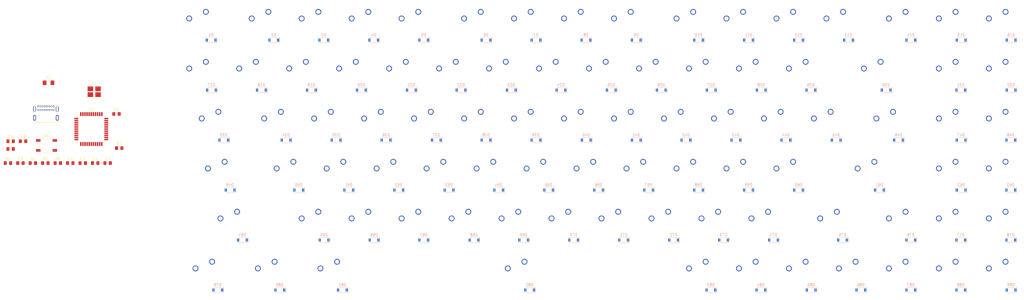
<source format=kicad_pcb>
(kicad_pcb (version 20171130) (host pcbnew "(5.1.6)-1")
  (layers (0 F.Cu signal) (31 B.Cu signal) (34 B.Paste user) (35 F.Paste user) (36 B.SilkS user) (37 F.SilkS user) (38 B.Mask user) (39 F.Mask user) (44 Edge.Cuts user))
  (net 0 "")
  (net 1 GND)
  (net 2 "Net-(C1-Pad1)")
  (net 3 +5V)
  (net 4 XTAL1)
  (net 5 XTAL2)
  (net 6 "Net-(D1-Pad2)")
  (net 7 ROW0)
  (net 8 "Net-(D2-Pad2)")
  (net 9 "Net-(D3-Pad2)")
  (net 10 "Net-(D4-Pad2)")
  (net 11 "Net-(D5-Pad2)")
  (net 12 "Net-(D6-Pad2)")
  (net 13 "Net-(D7-Pad2)")
  (net 14 "Net-(D8-Pad2)")
  (net 15 "Net-(D9-Pad2)")
  (net 16 "Net-(D10-Pad2)")
  (net 17 "Net-(D11-Pad2)")
  (net 18 "Net-(D12-Pad2)")
  (net 19 "Net-(D13-Pad2)")
  (net 20 "Net-(D14-Pad2)")
  (net 21 "Net-(D15-Pad2)")
  (net 22 "Net-(D16-Pad2)")
  (net 23 "Net-(D17-Pad2)")
  (net 24 ROW1)
  (net 25 "Net-(D18-Pad2)")
  (net 26 "Net-(D19-Pad2)")
  (net 27 "Net-(D20-Pad2)")
  (net 28 "Net-(D21-Pad2)")
  (net 29 "Net-(D22-Pad2)")
  (net 30 "Net-(D23-Pad2)")
  (net 31 "Net-(D24-Pad2)")
  (net 32 "Net-(D25-Pad2)")
  (net 33 "Net-(D26-Pad2)")
  (net 34 "Net-(D27-Pad2)")
  (net 35 "Net-(D28-Pad2)")
  (net 36 "Net-(D29-Pad2)")
  (net 37 "Net-(D30-Pad2)")
  (net 38 "Net-(D31-Pad2)")
  (net 39 "Net-(D32-Pad2)")
  (net 40 "Net-(D33-Pad2)")
  (net 41 ROW2)
  (net 42 "Net-(D34-Pad2)")
  (net 43 "Net-(D35-Pad2)")
  (net 44 "Net-(D36-Pad2)")
  (net 45 "Net-(D37-Pad2)")
  (net 46 "Net-(D38-Pad2)")
  (net 47 "Net-(D39-Pad2)")
  (net 48 "Net-(D40-Pad2)")
  (net 49 "Net-(D41-Pad2)")
  (net 50 "Net-(D42-Pad2)")
  (net 51 "Net-(D43-Pad2)")
  (net 52 "Net-(D44-Pad2)")
  (net 53 "Net-(D45-Pad2)")
  (net 54 "Net-(D46-Pad2)")
  (net 55 "Net-(D47-Pad2)")
  (net 56 "Net-(D48-Pad2)")
  (net 57 "Net-(D49-Pad2)")
  (net 58 ROW3)
  (net 59 "Net-(D50-Pad2)")
  (net 60 "Net-(D51-Pad2)")
  (net 61 "Net-(D52-Pad2)")
  (net 62 "Net-(D53-Pad2)")
  (net 63 "Net-(D54-Pad2)")
  (net 64 "Net-(D55-Pad2)")
  (net 65 "Net-(D56-Pad2)")
  (net 66 "Net-(D57-Pad2)")
  (net 67 "Net-(D58-Pad2)")
  (net 68 "Net-(D59-Pad2)")
  (net 69 "Net-(D60-Pad2)")
  (net 70 "Net-(D61-Pad2)")
  (net 71 "Net-(D62-Pad2)")
  (net 72 "Net-(D63-Pad2)")
  (net 73 "Net-(D64-Pad2)")
  (net 74 ROW4)
  (net 75 "Net-(D65-Pad2)")
  (net 76 "Net-(D66-Pad2)")
  (net 77 "Net-(D67-Pad2)")
  (net 78 "Net-(D68-Pad2)")
  (net 79 "Net-(D69-Pad2)")
  (net 80 "Net-(D70-Pad2)")
  (net 81 "Net-(D71-Pad2)")
  (net 82 "Net-(D72-Pad2)")
  (net 83 "Net-(D73-Pad2)")
  (net 84 "Net-(D74-Pad2)")
  (net 85 "Net-(D75-Pad2)")
  (net 86 "Net-(D76-Pad2)")
  (net 87 "Net-(D77-Pad2)")
  (net 88 "Net-(D78-Pad2)")
  (net 89 ROW5)
  (net 90 "Net-(D79-Pad2)")
  (net 91 "Net-(D80-Pad2)")
  (net 92 "Net-(D81-Pad2)")
  (net 93 "Net-(D82-Pad2)")
  (net 94 "Net-(D83-Pad2)")
  (net 95 "Net-(D84-Pad2)")
  (net 96 "Net-(D85-Pad2)")
  (net 97 "Net-(D86-Pad2)")
  (net 98 "Net-(D87-Pad2)")
  (net 99 "Net-(D88-Pad2)")
  (net 100 VCC)
  (net 101 "Net-(J1-PadB8)")
  (net 102 "Net-(J1-PadA7)")
  (net 103 "Net-(J1-PadA6)")
  (net 104 "Net-(J1-PadB5)")
  (net 105 "Net-(J1-PadA8)")
  (net 106 "Net-(J1-PadA5)")
  (net 107 COL0)
  (net 108 COL1)
  (net 109 COL2)
  (net 110 COL3)
  (net 111 COL4)
  (net 112 COL5)
  (net 113 COL6)
  (net 114 COL7)
  (net 115 COL8)
  (net 116 COL9)
  (net 117 COL10)
  (net 118 COL11)
  (net 119 COL12)
  (net 120 COL13)
  (net 121 COL14)
  (net 122 COL15)
  (net 123 "Net-(R1-Pad1)")
  (net 124 D-)
  (net 125 D+)
  (net 126 RESET)
  (net 127 "Net-(U1-Pad42)")
  (net 128 "Net-(U1-Pad8)")
  (net 129 "Net-(U1-Pad1)")
  (net 130 "Net-(D89-Pad2)")
  (module MX_Only:MXOnly-1U-NoLED (layer F.Cu) (at 292.89498 108.34733)
    (fp_text reference MX76)
    (fp_text value MX-NoLED)
    (pad 2 thru_hole circle (at 2.54 -5.08) (size 2.25 2.25) (drill 1.47) (layers *.Cu B.Mask) (net 86 "Net-(D76-Pad2)"))
    (pad "" np_thru_hole circle (at 0 0) (size 3.9878 3.9878) (drill 3.9878) (layers *.Cu *.Mask))
    (pad 1 thru_hole circle (at -3.81 -2.54) (size 2.25 2.25) (drill 1.47) (layers *.Cu B.Mask) (net 120 COL13))
    (pad "" np_thru_hole circle (at -5.08 0 48.0996) (size 1.75 1.75) (drill 1.75) (layers *.Cu *.Mask))
    (pad "" np_thru_hole circle (at 5.08 0 48.0996) (size 1.75 1.75) (drill 1.75) (layers *.Cu *.Mask))
  )
  (module MX_Only:MXOnly-1.75U-NoLED (layer F.Cu) (at 266.70112 108.34733)
    (fp_text reference MX75)
    (fp_text value MX-NoLED)
    (pad 2 thru_hole circle (at 2.54 -5.08) (size 2.25 2.25) (drill 1.47) (layers *.Cu B.Mask) (net 85 "Net-(D75-Pad2)"))
    (pad "" np_thru_hole circle (at 0 0) (size 3.9878 3.9878) (drill 3.9878) (layers *.Cu *.Mask))
    (pad 1 thru_hole circle (at -3.81 -2.54) (size 2.25 2.25) (drill 1.47) (layers *.Cu B.Mask) (net 119 COL12))
    (pad "" np_thru_hole circle (at -5.08 0 48.0996) (size 1.75 1.75) (drill 1.75) (layers *.Cu *.Mask))
    (pad "" np_thru_hole circle (at 5.08 0 48.0996) (size 1.75 1.75) (drill 1.75) (layers *.Cu *.Mask))
  )
  (module Diode_SMD:D_SOD-123 (layer B.Cu) (at 271.4 114.046 180)
    (fp_text reference D75 (at 0 2) (layer B.SilkS) (effects (justify mirror)))
    (fp_text value 22p)
    (pad 2 smd rect (at 1.65 0 180) (size 0.9 1.2) (layers B.Cu B.Paste B.Mask) (net 85 "Net-(D75-Pad2)"))
    (pad 1 smd rect (at -1.65 0 180) (size 0.9 1.2) (layers B.Cu B.Paste B.Mask) (net 74 ROW4))
  )
  (module Crystal:Crystal_SMD_SeikoEpson_FA238-4Pin_3.2x2.5mm_HandSoldering (layer F.Cu) (at -13.81695 57.50389)
    (fp_text reference X1 (at 0 -3) (layer F.SilkS))
    (fp_text value XTAL_GND)
    (pad 4 smd rect (at -1.45 -1.1) (size 2.1 1.8) (layers F.Cu F.Paste F.Mask))
    (pad 3 smd rect (at 1.45 -1.1) (size 2.1 1.8) (layers F.Cu F.Paste F.Mask) (net 1 GND))
    (pad 2 smd rect (at 1.45 1.1) (size 2.1 1.8) (layers F.Cu F.Paste F.Mask) (net 5 XTAL2))
    (pad 1 smd rect (at -1.45 1.1) (size 2.1 1.8) (layers F.Cu F.Paste F.Mask) (net 4 XTAL1))
  )
  (module Package_QFP:TQFP-44_10x10mm_P0.8mm (layer F.Cu) (at -14.93901 71.73848)
    (fp_text reference U1 (at 0 -7.45) (layer F.SilkS))
    (fp_text value ATMEGA32U4)
    (pad 44 smd rect (at -4 -5.7 90) (size 1.5 0.55) (layers F.Cu F.Paste F.Mask) (net 3 +5V))
    (pad 43 smd rect (at -3.2 -5.7 90) (size 1.5 0.55) (layers F.Cu F.Paste F.Mask) (net 1 GND))
    (pad 42 smd rect (at -2.4 -5.7 90) (size 1.5 0.55) (layers F.Cu F.Paste F.Mask) (net 127 "Net-(U1-Pad42)"))
    (pad 41 smd rect (at -1.6 -5.7 90) (size 1.5 0.55) (layers F.Cu F.Paste F.Mask) (net 114 COL7))
    (pad 40 smd rect (at -0.8 -5.7 90) (size 1.5 0.55) (layers F.Cu F.Paste F.Mask) (net 107 COL0))
    (pad 39 smd rect (at 0 -5.7 90) (size 1.5 0.55) (layers F.Cu F.Paste F.Mask) (net 108 COL1))
    (pad 38 smd rect (at 0.8 -5.7 90) (size 1.5 0.55) (layers F.Cu F.Paste F.Mask) (net 109 COL2))
    (pad 37 smd rect (at 1.6 -5.7 90) (size 1.5 0.55) (layers F.Cu F.Paste F.Mask) (net 110 COL3))
    (pad 36 smd rect (at 2.4 -5.7 90) (size 1.5 0.55) (layers F.Cu F.Paste F.Mask) (net 111 COL4))
    (pad 35 smd rect (at 3.2 -5.7 90) (size 1.5 0.55) (layers F.Cu F.Paste F.Mask) (net 1 GND))
    (pad 34 smd rect (at 4 -5.7 90) (size 1.5 0.55) (layers F.Cu F.Paste F.Mask) (net 3 +5V))
    (pad 33 smd rect (at 5.7 -4) (size 1.5 0.55) (layers F.Cu F.Paste F.Mask) (net 123 "Net-(R1-Pad1)"))
    (pad 32 smd rect (at 5.7 -3.2) (size 1.5 0.55) (layers F.Cu F.Paste F.Mask) (net 112 COL5))
    (pad 31 smd rect (at 5.7 -2.4) (size 1.5 0.55) (layers F.Cu F.Paste F.Mask) (net 113 COL6))
    (pad 30 smd rect (at 5.7 -1.6) (size 1.5 0.55) (layers F.Cu F.Paste F.Mask) (net 74 ROW4))
    (pad 29 smd rect (at 5.7 -0.8) (size 1.5 0.55) (layers F.Cu F.Paste F.Mask) (net 58 ROW3))
    (pad 28 smd rect (at 5.7 0) (size 1.5 0.55) (layers F.Cu F.Paste F.Mask) (net 41 ROW2))
    (pad 27 smd rect (at 5.7 0.8) (size 1.5 0.55) (layers F.Cu F.Paste F.Mask) (net 24 ROW1))
    (pad 26 smd rect (at 5.7 1.6) (size 1.5 0.55) (layers F.Cu F.Paste F.Mask) (net 7 ROW0))
    (pad 25 smd rect (at 5.7 2.4) (size 1.5 0.55) (layers F.Cu F.Paste F.Mask) (net 115 COL8))
    (pad 24 smd rect (at 5.7 3.2) (size 1.5 0.55) (layers F.Cu F.Paste F.Mask) (net 3 +5V))
    (pad 23 smd rect (at 5.7 4) (size 1.5 0.55) (layers F.Cu F.Paste F.Mask) (net 1 GND))
    (pad 22 smd rect (at 4 5.7 90) (size 1.5 0.55) (layers F.Cu F.Paste F.Mask) (net 116 COL9))
    (pad 21 smd rect (at 3.2 5.7 90) (size 1.5 0.55) (layers F.Cu F.Paste F.Mask) (net 117 COL10))
    (pad 20 smd rect (at 2.4 5.7 90) (size 1.5 0.55) (layers F.Cu F.Paste F.Mask) (net 118 COL11))
    (pad 19 smd rect (at 1.6 5.7 90) (size 1.5 0.55) (layers F.Cu F.Paste F.Mask) (net 119 COL12))
    (pad 18 smd rect (at 0.8 5.7 90) (size 1.5 0.55) (layers F.Cu F.Paste F.Mask) (net 120 COL13))
    (pad 17 smd rect (at 0 5.7 90) (size 1.5 0.55) (layers F.Cu F.Paste F.Mask) (net 5 XTAL2))
    (pad 16 smd rect (at -0.8 5.7 90) (size 1.5 0.55) (layers F.Cu F.Paste F.Mask) (net 4 XTAL1))
    (pad 15 smd rect (at -1.6 5.7 90) (size 1.5 0.55) (layers F.Cu F.Paste F.Mask) (net 1 GND))
    (pad 14 smd rect (at -2.4 5.7 90) (size 1.5 0.55) (layers F.Cu F.Paste F.Mask) (net 3 +5V))
    (pad 13 smd rect (at -3.2 5.7 90) (size 1.5 0.55) (layers F.Cu F.Paste F.Mask) (net 126 RESET))
    (pad 12 smd rect (at -4 5.7 90) (size 1.5 0.55) (layers F.Cu F.Paste F.Mask) (net 120 COL13))
    (pad 11 smd rect (at -5.7 4) (size 1.5 0.55) (layers F.Cu F.Paste F.Mask) (net 121 COL14))
    (pad 10 smd rect (at -5.7 3.2) (size 1.5 0.55) (layers F.Cu F.Paste F.Mask) (net 122 COL15))
    (pad 9 smd rect (at -5.7 2.4) (size 1.5 0.55) (layers F.Cu F.Paste F.Mask) (net 89 ROW5))
    (pad 8 smd rect (at -5.7 1.6) (size 1.5 0.55) (layers F.Cu F.Paste F.Mask) (net 128 "Net-(U1-Pad8)"))
    (pad 7 smd rect (at -5.7 0.8) (size 1.5 0.55) (layers F.Cu F.Paste F.Mask) (net 3 +5V))
    (pad 6 smd rect (at -5.7 0) (size 1.5 0.55) (layers F.Cu F.Paste F.Mask) (net 2 "Net-(C1-Pad1)"))
    (pad 5 smd rect (at -5.7 -0.8) (size 1.5 0.55) (layers F.Cu F.Paste F.Mask) (net 1 GND))
    (pad 4 smd rect (at -5.7 -1.6) (size 1.5 0.55) (layers F.Cu F.Paste F.Mask) (net 125 D+))
    (pad 3 smd rect (at -5.7 -2.4) (size 1.5 0.55) (layers F.Cu F.Paste F.Mask) (net 124 D-))
    (pad 2 smd rect (at -5.7 -3.2) (size 1.5 0.55) (layers F.Cu F.Paste F.Mask) (net 3 +5V))
    (pad 1 smd rect (at -5.7 -4) (size 1.5 0.55) (layers F.Cu F.Paste F.Mask) (net 129 "Net-(U1-Pad1)"))
  )
  (module Button_Switch_SMD:SW_SPST_TL3342 (layer F.Cu) (at -32.004 77.978)
    (fp_text reference SW1 (at 0 -3.75) (layer F.SilkS))
    (fp_text value SW_PUSH)
    (pad 2 smd rect (at 3.15 1.9) (size 1.7 1) (layers F.Cu F.Paste F.Mask) (net 126 RESET))
    (pad 2 smd rect (at -3.15 1.9) (size 1.7 1) (layers F.Cu F.Paste F.Mask) (net 126 RESET))
    (pad 1 smd rect (at 3.15 -1.9) (size 1.7 1) (layers F.Cu F.Paste F.Mask) (net 1 GND))
    (pad 1 smd rect (at -3.15 -1.9) (size 1.7 1) (layers F.Cu F.Paste F.Mask) (net 1 GND))
  )
  (module Resistor_SMD:R_0805_2012Metric_Pad1.15x1.40mm_HandSolder (layer F.Cu) (at -27.712 84.709)
    (fp_text reference R6 (at 0 -1.65) (layer F.SilkS))
    (fp_text value 10k)
    (pad 2 smd roundrect (at 1.025 0) (size 1.15 1.4) (layers F.Cu F.Paste F.Mask) (roundrect_rratio 0.217391) (net 126 RESET))
    (pad 1 smd roundrect (at -1.025 0) (size 1.15 1.4) (layers F.Cu F.Paste F.Mask) (roundrect_rratio 0.217391) (net 3 +5V))
  )
  (module Resistor_SMD:R_0805_2012Metric_Pad1.15x1.40mm_HandSolder (layer F.Cu) (at -32.462 84.709)
    (fp_text reference R5 (at 0 -1.65) (layer F.SilkS))
    (fp_text value 5.1k)
    (pad 2 smd roundrect (at 1.025 0) (size 1.15 1.4) (layers F.Cu F.Paste F.Mask) (roundrect_rratio 0.217391) (net 106 "Net-(J1-PadA5)"))
    (pad 1 smd roundrect (at -1.025 0) (size 1.15 1.4) (layers F.Cu F.Paste F.Mask) (roundrect_rratio 0.217391) (net 1 GND))
  )
  (module Resistor_SMD:R_0805_2012Metric_Pad1.15x1.40mm_HandSolder (layer F.Cu) (at -37.212 84.709)
    (fp_text reference R4 (at 0 -1.65) (layer F.SilkS))
    (fp_text value 5.1k)
    (pad 2 smd roundrect (at 1.025 0) (size 1.15 1.4) (layers F.Cu F.Paste F.Mask) (roundrect_rratio 0.217391) (net 104 "Net-(J1-PadB5)"))
    (pad 1 smd roundrect (at -1.025 0) (size 1.15 1.4) (layers F.Cu F.Paste F.Mask) (roundrect_rratio 0.217391) (net 1 GND))
  )
  (module Resistor_SMD:R_0805_2012Metric_Pad1.15x1.40mm_HandSolder (layer F.Cu) (at -41.962 84.709)
    (fp_text reference R3 (at 0 -1.65) (layer F.SilkS))
    (fp_text value "22 ohm")
    (pad 2 smd roundrect (at 1.025 0) (size 1.15 1.4) (layers F.Cu F.Paste F.Mask) (roundrect_rratio 0.217391) (net 103 "Net-(J1-PadA6)"))
    (pad 1 smd roundrect (at -1.025 0) (size 1.15 1.4) (layers F.Cu F.Paste F.Mask) (roundrect_rratio 0.217391) (net 125 D+))
  )
  (module Resistor_SMD:R_0805_2012Metric_Pad1.15x1.40mm_HandSolder (layer F.Cu) (at -46.712 84.709)
    (fp_text reference R2 (at 0 -1.65) (layer F.SilkS))
    (fp_text value "22 ohm")
    (pad 2 smd roundrect (at 1.025 0) (size 1.15 1.4) (layers F.Cu F.Paste F.Mask) (roundrect_rratio 0.217391) (net 102 "Net-(J1-PadA7)"))
    (pad 1 smd roundrect (at -1.025 0) (size 1.15 1.4) (layers F.Cu F.Paste F.Mask) (roundrect_rratio 0.217391) (net 124 D-))
  )
  (module Resistor_SMD:R_0805_2012Metric_Pad1.15x1.40mm_HandSolder (layer F.Cu) (at -4.309 78.994)
    (fp_text reference R1 (at 0 -1.65) (layer F.SilkS))
    (fp_text value 10k)
    (pad 2 smd roundrect (at 1.025 0) (size 1.15 1.4) (layers F.Cu F.Paste F.Mask) (roundrect_rratio 0.217391) (net 1 GND))
    (pad 1 smd roundrect (at -1.025 0) (size 1.15 1.4) (layers F.Cu F.Paste F.Mask) (roundrect_rratio 0.217391) (net 123 "Net-(R1-Pad1)"))
  )
  (module MX_Only:MXOnly-1U-NoLED (layer F.Cu) (at 330.99514 127.39741)
    (fp_text reference MX89)
    (fp_text value MX-NoLED)
    (pad 2 thru_hole circle (at 2.54 -5.08) (size 2.25 2.25) (drill 1.47) (layers *.Cu B.Mask) (net 130 "Net-(D89-Pad2)"))
    (pad "" np_thru_hole circle (at 0 0) (size 3.9878 3.9878) (drill 3.9878) (layers *.Cu *.Mask))
    (pad 1 thru_hole circle (at -3.81 -2.54) (size 2.25 2.25) (drill 1.47) (layers *.Cu B.Mask) (net 122 COL15))
    (pad "" np_thru_hole circle (at -5.08 0 48.0996) (size 1.75 1.75) (drill 1.75) (layers *.Cu *.Mask))
    (pad "" np_thru_hole circle (at 5.08 0 48.0996) (size 1.75 1.75) (drill 1.75) (layers *.Cu *.Mask))
  )
  (module MX_Only:MXOnly-1U-NoLED (layer F.Cu) (at 311.94506 127.39741)
    (fp_text reference MX88)
    (fp_text value MX-NoLED)
    (pad 2 thru_hole circle (at 2.54 -5.08) (size 2.25 2.25) (drill 1.47) (layers *.Cu B.Mask) (net 99 "Net-(D88-Pad2)"))
    (pad "" np_thru_hole circle (at 0 0) (size 3.9878 3.9878) (drill 3.9878) (layers *.Cu *.Mask))
    (pad 1 thru_hole circle (at -3.81 -2.54) (size 2.25 2.25) (drill 1.47) (layers *.Cu B.Mask) (net 121 COL14))
    (pad "" np_thru_hole circle (at -5.08 0 48.0996) (size 1.75 1.75) (drill 1.75) (layers *.Cu *.Mask))
    (pad "" np_thru_hole circle (at 5.08 0 48.0996) (size 1.75 1.75) (drill 1.75) (layers *.Cu *.Mask))
  )
  (module MX_Only:MXOnly-1U-NoLED (layer F.Cu) (at 292.89498 127.39741)
    (fp_text reference MX87)
    (fp_text value MX-NoLED)
    (pad 2 thru_hole circle (at 2.54 -5.08) (size 2.25 2.25) (drill 1.47) (layers *.Cu B.Mask) (net 98 "Net-(D87-Pad2)"))
    (pad "" np_thru_hole circle (at 0 0) (size 3.9878 3.9878) (drill 3.9878) (layers *.Cu *.Mask))
    (pad 1 thru_hole circle (at -3.81 -2.54) (size 2.25 2.25) (drill 1.47) (layers *.Cu B.Mask) (net 120 COL13))
    (pad "" np_thru_hole circle (at -5.08 0 48.0996) (size 1.75 1.75) (drill 1.75) (layers *.Cu *.Mask))
    (pad "" np_thru_hole circle (at 5.08 0 48.0996) (size 1.75 1.75) (drill 1.75) (layers *.Cu *.Mask))
  )
  (module MX_Only:MXOnly-1U-NoLED (layer F.Cu) (at 273.8449 127.39741)
    (fp_text reference MX86)
    (fp_text value MX-NoLED)
    (pad 2 thru_hole circle (at 2.54 -5.08) (size 2.25 2.25) (drill 1.47) (layers *.Cu B.Mask) (net 97 "Net-(D86-Pad2)"))
    (pad "" np_thru_hole circle (at 0 0) (size 3.9878 3.9878) (drill 3.9878) (layers *.Cu *.Mask))
    (pad 1 thru_hole circle (at -3.81 -2.54) (size 2.25 2.25) (drill 1.47) (layers *.Cu B.Mask) (net 119 COL12))
    (pad "" np_thru_hole circle (at -5.08 0 48.0996) (size 1.75 1.75) (drill 1.75) (layers *.Cu *.Mask))
    (pad "" np_thru_hole circle (at 5.08 0 48.0996) (size 1.75 1.75) (drill 1.75) (layers *.Cu *.Mask))
  )
  (module MX_Only:MXOnly-1U-NoLED (layer F.Cu) (at 254.79482 127.39741)
    (fp_text reference MX85)
    (fp_text value MX-NoLED)
    (pad 2 thru_hole circle (at 2.54 -5.08) (size 2.25 2.25) (drill 1.47) (layers *.Cu B.Mask) (net 96 "Net-(D85-Pad2)"))
    (pad "" np_thru_hole circle (at 0 0) (size 3.9878 3.9878) (drill 3.9878) (layers *.Cu *.Mask))
    (pad 1 thru_hole circle (at -3.81 -2.54) (size 2.25 2.25) (drill 1.47) (layers *.Cu B.Mask) (net 118 COL11))
    (pad "" np_thru_hole circle (at -5.08 0 48.0996) (size 1.75 1.75) (drill 1.75) (layers *.Cu *.Mask))
    (pad "" np_thru_hole circle (at 5.08 0 48.0996) (size 1.75 1.75) (drill 1.75) (layers *.Cu *.Mask))
  )
  (module MX_Only:MXOnly-1U-NoLED (layer F.Cu) (at 235.74474 127.39741)
    (fp_text reference MX84)
    (fp_text value MX-NoLED)
    (pad 2 thru_hole circle (at 2.54 -5.08) (size 2.25 2.25) (drill 1.47) (layers *.Cu B.Mask) (net 95 "Net-(D84-Pad2)"))
    (pad "" np_thru_hole circle (at 0 0) (size 3.9878 3.9878) (drill 3.9878) (layers *.Cu *.Mask))
    (pad 1 thru_hole circle (at -3.81 -2.54) (size 2.25 2.25) (drill 1.47) (layers *.Cu B.Mask) (net 117 COL10))
    (pad "" np_thru_hole circle (at -5.08 0 48.0996) (size 1.75 1.75) (drill 1.75) (layers *.Cu *.Mask))
    (pad "" np_thru_hole circle (at 5.08 0 48.0996) (size 1.75 1.75) (drill 1.75) (layers *.Cu *.Mask))
  )
  (module MX_Only:MXOnly-1U-NoLED (layer F.Cu) (at 216.69466 127.39741)
    (fp_text reference MX83)
    (fp_text value MX-NoLED)
    (pad 2 thru_hole circle (at 2.54 -5.08) (size 2.25 2.25) (drill 1.47) (layers *.Cu B.Mask) (net 94 "Net-(D83-Pad2)"))
    (pad "" np_thru_hole circle (at 0 0) (size 3.9878 3.9878) (drill 3.9878) (layers *.Cu *.Mask))
    (pad 1 thru_hole circle (at -3.81 -2.54) (size 2.25 2.25) (drill 1.47) (layers *.Cu B.Mask) (net 116 COL9))
    (pad "" np_thru_hole circle (at -5.08 0 48.0996) (size 1.75 1.75) (drill 1.75) (layers *.Cu *.Mask))
    (pad "" np_thru_hole circle (at 5.08 0 48.0996) (size 1.75 1.75) (drill 1.75) (layers *.Cu *.Mask))
  )
  (module MX_Only:MXOnly-6.25U-ReversedStabilizers-NoLED (layer F.Cu) (at 147.63812 127.39741)
    (fp_text reference MX82)
    (fp_text value MX-NoLED)
    (pad 2 thru_hole circle (at 2.54 -5.08) (size 2.25 2.25) (drill 1.47) (layers *.Cu B.Mask) (net 93 "Net-(D82-Pad2)"))
    (pad "" np_thru_hole circle (at 0 0) (size 3.9878 3.9878) (drill 3.9878) (layers *.Cu *.Mask))
    (pad 1 thru_hole circle (at -3.81 -2.54) (size 2.25 2.25) (drill 1.47) (layers *.Cu B.Mask) (net 112 COL5))
    (pad "" np_thru_hole circle (at -5.08 0 48.0996) (size 1.75 1.75) (drill 1.75) (layers *.Cu *.Mask))
    (pad "" np_thru_hole circle (at 5.08 0 48.0996) (size 1.75 1.75) (drill 1.75) (layers *.Cu *.Mask))
    (pad "" np_thru_hole circle (at -49.9999 6.985) (size 3.048 3.048) (drill 3.048) (layers *.Cu *.Mask))
    (pad "" np_thru_hole circle (at 49.9999 6.985) (size 3.048 3.048) (drill 3.048) (layers *.Cu *.Mask))
    (pad "" np_thru_hole circle (at -49.9999 -8.255) (size 3.9878 3.9878) (drill 3.9878) (layers *.Cu *.Mask))
    (pad "" np_thru_hole circle (at 49.9999 -8.255) (size 3.9878 3.9878) (drill 3.9878) (layers *.Cu *.Mask))
  )
  (module MX_Only:MXOnly-1.25U-NoLED (layer F.Cu) (at 76.20032 127.39741)
    (fp_text reference MX81)
    (fp_text value MX-NoLED)
    (pad 2 thru_hole circle (at 2.54 -5.08) (size 2.25 2.25) (drill 1.47) (layers *.Cu B.Mask) (net 92 "Net-(D81-Pad2)"))
    (pad "" np_thru_hole circle (at 0 0) (size 3.9878 3.9878) (drill 3.9878) (layers *.Cu *.Mask))
    (pad 1 thru_hole circle (at -3.81 -2.54) (size 2.25 2.25) (drill 1.47) (layers *.Cu B.Mask) (net 109 COL2))
    (pad "" np_thru_hole circle (at -5.08 0 48.0996) (size 1.75 1.75) (drill 1.75) (layers *.Cu *.Mask))
    (pad "" np_thru_hole circle (at 5.08 0 48.0996) (size 1.75 1.75) (drill 1.75) (layers *.Cu *.Mask))
  )
  (module MX_Only:MXOnly-1.25U-NoLED (layer F.Cu) (at 52.38772 127.39741)
    (fp_text reference MX80)
    (fp_text value MX-NoLED)
    (pad 2 thru_hole circle (at 2.54 -5.08) (size 2.25 2.25) (drill 1.47) (layers *.Cu B.Mask) (net 91 "Net-(D80-Pad2)"))
    (pad "" np_thru_hole circle (at 0 0) (size 3.9878 3.9878) (drill 3.9878) (layers *.Cu *.Mask))
    (pad 1 thru_hole circle (at -3.81 -2.54) (size 2.25 2.25) (drill 1.47) (layers *.Cu B.Mask) (net 108 COL1))
    (pad "" np_thru_hole circle (at -5.08 0 48.0996) (size 1.75 1.75) (drill 1.75) (layers *.Cu *.Mask))
    (pad "" np_thru_hole circle (at 5.08 0 48.0996) (size 1.75 1.75) (drill 1.75) (layers *.Cu *.Mask))
  )
  (module MX_Only:MXOnly-1.25U-NoLED (layer F.Cu) (at 28.57512 127.39741)
    (fp_text reference MX79)
    (fp_text value MX-NoLED)
    (pad 2 thru_hole circle (at 2.54 -5.08) (size 2.25 2.25) (drill 1.47) (layers *.Cu B.Mask) (net 90 "Net-(D79-Pad2)"))
    (pad "" np_thru_hole circle (at 0 0) (size 3.9878 3.9878) (drill 3.9878) (layers *.Cu *.Mask))
    (pad 1 thru_hole circle (at -3.81 -2.54) (size 2.25 2.25) (drill 1.47) (layers *.Cu B.Mask) (net 107 COL0))
    (pad "" np_thru_hole circle (at -5.08 0 48.0996) (size 1.75 1.75) (drill 1.75) (layers *.Cu *.Mask))
    (pad "" np_thru_hole circle (at 5.08 0 48.0996) (size 1.75 1.75) (drill 1.75) (layers *.Cu *.Mask))
  )
  (module MX_Only:MXOnly-1U-NoLED (layer F.Cu) (at 330.99514 108.34733)
    (fp_text reference MX78)
    (fp_text value MX-NoLED)
    (pad 2 thru_hole circle (at 2.54 -5.08) (size 2.25 2.25) (drill 1.47) (layers *.Cu B.Mask) (net 88 "Net-(D78-Pad2)"))
    (pad "" np_thru_hole circle (at 0 0) (size 3.9878 3.9878) (drill 3.9878) (layers *.Cu *.Mask))
    (pad 1 thru_hole circle (at -3.81 -2.54) (size 2.25 2.25) (drill 1.47) (layers *.Cu B.Mask) (net 122 COL15))
    (pad "" np_thru_hole circle (at -5.08 0 48.0996) (size 1.75 1.75) (drill 1.75) (layers *.Cu *.Mask))
    (pad "" np_thru_hole circle (at 5.08 0 48.0996) (size 1.75 1.75) (drill 1.75) (layers *.Cu *.Mask))
  )
  (module MX_Only:MXOnly-1U-NoLED (layer F.Cu) (at 311.94506 108.34733)
    (fp_text reference MX77)
    (fp_text value MX-NoLED)
    (pad 2 thru_hole circle (at 2.54 -5.08) (size 2.25 2.25) (drill 1.47) (layers *.Cu B.Mask) (net 87 "Net-(D77-Pad2)"))
    (pad "" np_thru_hole circle (at 0 0) (size 3.9878 3.9878) (drill 3.9878) (layers *.Cu *.Mask))
    (pad 1 thru_hole circle (at -3.81 -2.54) (size 2.25 2.25) (drill 1.47) (layers *.Cu B.Mask) (net 121 COL14))
    (pad "" np_thru_hole circle (at -5.08 0 48.0996) (size 1.75 1.75) (drill 1.75) (layers *.Cu *.Mask))
    (pad "" np_thru_hole circle (at 5.08 0 48.0996) (size 1.75 1.75) (drill 1.75) (layers *.Cu *.Mask))
  )
  (module MX_Only:MXOnly-1U-NoLED (layer F.Cu) (at 240.50726 108.34733)
    (fp_text reference MX74)
    (fp_text value MX-NoLED)
    (pad 2 thru_hole circle (at 2.54 -5.08) (size 2.25 2.25) (drill 1.47) (layers *.Cu B.Mask) (net 84 "Net-(D74-Pad2)"))
    (pad "" np_thru_hole circle (at 0 0) (size 3.9878 3.9878) (drill 3.9878) (layers *.Cu *.Mask))
    (pad 1 thru_hole circle (at -3.81 -2.54) (size 2.25 2.25) (drill 1.47) (layers *.Cu B.Mask) (net 117 COL10))
    (pad "" np_thru_hole circle (at -5.08 0 48.0996) (size 1.75 1.75) (drill 1.75) (layers *.Cu *.Mask))
    (pad "" np_thru_hole circle (at 5.08 0 48.0996) (size 1.75 1.75) (drill 1.75) (layers *.Cu *.Mask))
  )
  (module MX_Only:MXOnly-1U-NoLED (layer F.Cu) (at 221.45718 108.34733)
    (fp_text reference MX73)
    (fp_text value MX-NoLED)
    (pad 2 thru_hole circle (at 2.54 -5.08) (size 2.25 2.25) (drill 1.47) (layers *.Cu B.Mask) (net 83 "Net-(D73-Pad2)"))
    (pad "" np_thru_hole circle (at 0 0) (size 3.9878 3.9878) (drill 3.9878) (layers *.Cu *.Mask))
    (pad 1 thru_hole circle (at -3.81 -2.54) (size 2.25 2.25) (drill 1.47) (layers *.Cu B.Mask) (net 116 COL9))
    (pad "" np_thru_hole circle (at -5.08 0 48.0996) (size 1.75 1.75) (drill 1.75) (layers *.Cu *.Mask))
    (pad "" np_thru_hole circle (at 5.08 0 48.0996) (size 1.75 1.75) (drill 1.75) (layers *.Cu *.Mask))
  )
  (module MX_Only:MXOnly-1U-NoLED (layer F.Cu) (at 202.4071 108.34733)
    (fp_text reference MX72)
    (fp_text value MX-NoLED)
    (pad 2 thru_hole circle (at 2.54 -5.08) (size 2.25 2.25) (drill 1.47) (layers *.Cu B.Mask) (net 82 "Net-(D72-Pad2)"))
    (pad "" np_thru_hole circle (at 0 0) (size 3.9878 3.9878) (drill 3.9878) (layers *.Cu *.Mask))
    (pad 1 thru_hole circle (at -3.81 -2.54) (size 2.25 2.25) (drill 1.47) (layers *.Cu B.Mask) (net 115 COL8))
    (pad "" np_thru_hole circle (at -5.08 0 48.0996) (size 1.75 1.75) (drill 1.75) (layers *.Cu *.Mask))
    (pad "" np_thru_hole circle (at 5.08 0 48.0996) (size 1.75 1.75) (drill 1.75) (layers *.Cu *.Mask))
  )
  (module MX_Only:MXOnly-1U-NoLED (layer F.Cu) (at 183.35702 108.34733)
    (fp_text reference MX71)
    (fp_text value MX-NoLED)
    (pad 2 thru_hole circle (at 2.54 -5.08) (size 2.25 2.25) (drill 1.47) (layers *.Cu B.Mask) (net 81 "Net-(D71-Pad2)"))
    (pad "" np_thru_hole circle (at 0 0) (size 3.9878 3.9878) (drill 3.9878) (layers *.Cu *.Mask))
    (pad 1 thru_hole circle (at -3.81 -2.54) (size 2.25 2.25) (drill 1.47) (layers *.Cu B.Mask) (net 114 COL7))
    (pad "" np_thru_hole circle (at -5.08 0 48.0996) (size 1.75 1.75) (drill 1.75) (layers *.Cu *.Mask))
    (pad "" np_thru_hole circle (at 5.08 0 48.0996) (size 1.75 1.75) (drill 1.75) (layers *.Cu *.Mask))
  )
  (module MX_Only:MXOnly-1U-NoLED (layer F.Cu) (at 164.30694 108.34733)
    (fp_text reference MX70)
    (fp_text value MX-NoLED)
    (pad 2 thru_hole circle (at 2.54 -5.08) (size 2.25 2.25) (drill 1.47) (layers *.Cu B.Mask) (net 80 "Net-(D70-Pad2)"))
    (pad "" np_thru_hole circle (at 0 0) (size 3.9878 3.9878) (drill 3.9878) (layers *.Cu *.Mask))
    (pad 1 thru_hole circle (at -3.81 -2.54) (size 2.25 2.25) (drill 1.47) (layers *.Cu B.Mask) (net 113 COL6))
    (pad "" np_thru_hole circle (at -5.08 0 48.0996) (size 1.75 1.75) (drill 1.75) (layers *.Cu *.Mask))
    (pad "" np_thru_hole circle (at 5.08 0 48.0996) (size 1.75 1.75) (drill 1.75) (layers *.Cu *.Mask))
  )
  (module MX_Only:MXOnly-1U-NoLED (layer F.Cu) (at 145.25686 108.34733)
    (fp_text reference MX69)
    (fp_text value MX-NoLED)
    (pad 2 thru_hole circle (at 2.54 -5.08) (size 2.25 2.25) (drill 1.47) (layers *.Cu B.Mask) (net 79 "Net-(D69-Pad2)"))
    (pad "" np_thru_hole circle (at 0 0) (size 3.9878 3.9878) (drill 3.9878) (layers *.Cu *.Mask))
    (pad 1 thru_hole circle (at -3.81 -2.54) (size 2.25 2.25) (drill 1.47) (layers *.Cu B.Mask) (net 112 COL5))
    (pad "" np_thru_hole circle (at -5.08 0 48.0996) (size 1.75 1.75) (drill 1.75) (layers *.Cu *.Mask))
    (pad "" np_thru_hole circle (at 5.08 0 48.0996) (size 1.75 1.75) (drill 1.75) (layers *.Cu *.Mask))
  )
  (module MX_Only:MXOnly-1U-NoLED (layer F.Cu) (at 126.20678 108.34733)
    (fp_text reference MX68)
    (fp_text value MX-NoLED)
    (pad 2 thru_hole circle (at 2.54 -5.08) (size 2.25 2.25) (drill 1.47) (layers *.Cu B.Mask) (net 78 "Net-(D68-Pad2)"))
    (pad "" np_thru_hole circle (at 0 0) (size 3.9878 3.9878) (drill 3.9878) (layers *.Cu *.Mask))
    (pad 1 thru_hole circle (at -3.81 -2.54) (size 2.25 2.25) (drill 1.47) (layers *.Cu B.Mask) (net 111 COL4))
    (pad "" np_thru_hole circle (at -5.08 0 48.0996) (size 1.75 1.75) (drill 1.75) (layers *.Cu *.Mask))
    (pad "" np_thru_hole circle (at 5.08 0 48.0996) (size 1.75 1.75) (drill 1.75) (layers *.Cu *.Mask))
  )
  (module MX_Only:MXOnly-1U-NoLED (layer F.Cu) (at 107.1567 108.34733)
    (fp_text reference MX67)
    (fp_text value MX-NoLED)
    (pad 2 thru_hole circle (at 2.54 -5.08) (size 2.25 2.25) (drill 1.47) (layers *.Cu B.Mask) (net 77 "Net-(D67-Pad2)"))
    (pad "" np_thru_hole circle (at 0 0) (size 3.9878 3.9878) (drill 3.9878) (layers *.Cu *.Mask))
    (pad 1 thru_hole circle (at -3.81 -2.54) (size 2.25 2.25) (drill 1.47) (layers *.Cu B.Mask) (net 110 COL3))
    (pad "" np_thru_hole circle (at -5.08 0 48.0996) (size 1.75 1.75) (drill 1.75) (layers *.Cu *.Mask))
    (pad "" np_thru_hole circle (at 5.08 0 48.0996) (size 1.75 1.75) (drill 1.75) (layers *.Cu *.Mask))
  )
  (module MX_Only:MXOnly-1U-NoLED (layer F.Cu) (at 88.10662 108.34733)
    (fp_text reference MX66)
    (fp_text value MX-NoLED)
    (pad 2 thru_hole circle (at 2.54 -5.08) (size 2.25 2.25) (drill 1.47) (layers *.Cu B.Mask) (net 76 "Net-(D66-Pad2)"))
    (pad "" np_thru_hole circle (at 0 0) (size 3.9878 3.9878) (drill 3.9878) (layers *.Cu *.Mask))
    (pad 1 thru_hole circle (at -3.81 -2.54) (size 2.25 2.25) (drill 1.47) (layers *.Cu B.Mask) (net 109 COL2))
    (pad "" np_thru_hole circle (at -5.08 0 48.0996) (size 1.75 1.75) (drill 1.75) (layers *.Cu *.Mask))
    (pad "" np_thru_hole circle (at 5.08 0 48.0996) (size 1.75 1.75) (drill 1.75) (layers *.Cu *.Mask))
  )
  (module MX_Only:MXOnly-1U-NoLED (layer F.Cu) (at 69.05654 108.34733)
    (fp_text reference MX65)
    (fp_text value MX-NoLED)
    (pad 2 thru_hole circle (at 2.54 -5.08) (size 2.25 2.25) (drill 1.47) (layers *.Cu B.Mask) (net 75 "Net-(D65-Pad2)"))
    (pad "" np_thru_hole circle (at 0 0) (size 3.9878 3.9878) (drill 3.9878) (layers *.Cu *.Mask))
    (pad 1 thru_hole circle (at -3.81 -2.54) (size 2.25 2.25) (drill 1.47) (layers *.Cu B.Mask) (net 108 COL1))
    (pad "" np_thru_hole circle (at -5.08 0 48.0996) (size 1.75 1.75) (drill 1.75) (layers *.Cu *.Mask))
    (pad "" np_thru_hole circle (at 5.08 0 48.0996) (size 1.75 1.75) (drill 1.75) (layers *.Cu *.Mask))
  )
  (module MX_Only:MXOnly-2.25U-NoLED (layer F.Cu) (at 38.10016 108.34733)
    (fp_text reference MX64)
    (fp_text value MX-NoLED)
    (pad 2 thru_hole circle (at 2.54 -5.08) (size 2.25 2.25) (drill 1.47) (layers *.Cu B.Mask) (net 73 "Net-(D64-Pad2)"))
    (pad "" np_thru_hole circle (at 0 0) (size 3.9878 3.9878) (drill 3.9878) (layers *.Cu *.Mask))
    (pad 1 thru_hole circle (at -3.81 -2.54) (size 2.25 2.25) (drill 1.47) (layers *.Cu B.Mask) (net 107 COL0))
    (pad "" np_thru_hole circle (at -5.08 0 48.0996) (size 1.75 1.75) (drill 1.75) (layers *.Cu *.Mask))
    (pad "" np_thru_hole circle (at 5.08 0 48.0996) (size 1.75 1.75) (drill 1.75) (layers *.Cu *.Mask))
    (pad "" np_thru_hole circle (at -11.90625 -6.985) (size 3.048 3.048) (drill 3.048) (layers *.Cu *.Mask))
    (pad "" np_thru_hole circle (at 11.90625 -6.985) (size 3.048 3.048) (drill 3.048) (layers *.Cu *.Mask))
    (pad "" np_thru_hole circle (at -11.90625 8.255) (size 3.9878 3.9878) (drill 3.9878) (layers *.Cu *.Mask))
    (pad "" np_thru_hole circle (at 11.90625 8.255) (size 3.9878 3.9878) (drill 3.9878) (layers *.Cu *.Mask))
  )
  (module MX_Only:MXOnly-1U-NoLED (layer F.Cu) (at 330.99514 89.29725)
    (fp_text reference MX63)
    (fp_text value MX-NoLED)
    (pad 2 thru_hole circle (at 2.54 -5.08) (size 2.25 2.25) (drill 1.47) (layers *.Cu B.Mask) (net 72 "Net-(D63-Pad2)"))
    (pad "" np_thru_hole circle (at 0 0) (size 3.9878 3.9878) (drill 3.9878) (layers *.Cu *.Mask))
    (pad 1 thru_hole circle (at -3.81 -2.54) (size 2.25 2.25) (drill 1.47) (layers *.Cu B.Mask) (net 122 COL15))
    (pad "" np_thru_hole circle (at -5.08 0 48.0996) (size 1.75 1.75) (drill 1.75) (layers *.Cu *.Mask))
    (pad "" np_thru_hole circle (at 5.08 0 48.0996) (size 1.75 1.75) (drill 1.75) (layers *.Cu *.Mask))
  )
  (module MX_Only:MXOnly-1U-NoLED (layer F.Cu) (at 311.94506 89.29725)
    (fp_text reference MX62)
    (fp_text value MX-NoLED)
    (pad 2 thru_hole circle (at 2.54 -5.08) (size 2.25 2.25) (drill 1.47) (layers *.Cu B.Mask) (net 71 "Net-(D62-Pad2)"))
    (pad "" np_thru_hole circle (at 0 0) (size 3.9878 3.9878) (drill 3.9878) (layers *.Cu *.Mask))
    (pad 1 thru_hole circle (at -3.81 -2.54) (size 2.25 2.25) (drill 1.47) (layers *.Cu B.Mask) (net 121 COL14))
    (pad "" np_thru_hole circle (at -5.08 0 48.0996) (size 1.75 1.75) (drill 1.75) (layers *.Cu *.Mask))
    (pad "" np_thru_hole circle (at 5.08 0 48.0996) (size 1.75 1.75) (drill 1.75) (layers *.Cu *.Mask))
  )
  (module MX_Only:MXOnly-2.25U-NoLED (layer F.Cu) (at 280.98868 89.29725)
    (fp_text reference MX61)
    (fp_text value MX-NoLED)
    (pad 2 thru_hole circle (at 2.54 -5.08) (size 2.25 2.25) (drill 1.47) (layers *.Cu B.Mask) (net 70 "Net-(D61-Pad2)"))
    (pad "" np_thru_hole circle (at 0 0) (size 3.9878 3.9878) (drill 3.9878) (layers *.Cu *.Mask))
    (pad 1 thru_hole circle (at -3.81 -2.54) (size 2.25 2.25) (drill 1.47) (layers *.Cu B.Mask) (net 120 COL13))
    (pad "" np_thru_hole circle (at -5.08 0 48.0996) (size 1.75 1.75) (drill 1.75) (layers *.Cu *.Mask))
    (pad "" np_thru_hole circle (at 5.08 0 48.0996) (size 1.75 1.75) (drill 1.75) (layers *.Cu *.Mask))
    (pad "" np_thru_hole circle (at -11.90625 -6.985) (size 3.048 3.048) (drill 3.048) (layers *.Cu *.Mask))
    (pad "" np_thru_hole circle (at 11.90625 -6.985) (size 3.048 3.048) (drill 3.048) (layers *.Cu *.Mask))
    (pad "" np_thru_hole circle (at -11.90625 8.255) (size 3.9878 3.9878) (drill 3.9878) (layers *.Cu *.Mask))
    (pad "" np_thru_hole circle (at 11.90625 8.255) (size 3.9878 3.9878) (drill 3.9878) (layers *.Cu *.Mask))
  )
  (module MX_Only:MXOnly-1U-NoLED (layer F.Cu) (at 250.0323 89.29725)
    (fp_text reference MX60)
    (fp_text value MX-NoLED)
    (pad 2 thru_hole circle (at 2.54 -5.08) (size 2.25 2.25) (drill 1.47) (layers *.Cu B.Mask) (net 69 "Net-(D60-Pad2)"))
    (pad "" np_thru_hole circle (at 0 0) (size 3.9878 3.9878) (drill 3.9878) (layers *.Cu *.Mask))
    (pad 1 thru_hole circle (at -3.81 -2.54) (size 2.25 2.25) (drill 1.47) (layers *.Cu B.Mask) (net 118 COL11))
    (pad "" np_thru_hole circle (at -5.08 0 48.0996) (size 1.75 1.75) (drill 1.75) (layers *.Cu *.Mask))
    (pad "" np_thru_hole circle (at 5.08 0 48.0996) (size 1.75 1.75) (drill 1.75) (layers *.Cu *.Mask))
  )
  (module MX_Only:MXOnly-1U-NoLED (layer F.Cu) (at 230.98222 89.29725)
    (fp_text reference MX59)
    (fp_text value MX-NoLED)
    (pad 2 thru_hole circle (at 2.54 -5.08) (size 2.25 2.25) (drill 1.47) (layers *.Cu B.Mask) (net 68 "Net-(D59-Pad2)"))
    (pad "" np_thru_hole circle (at 0 0) (size 3.9878 3.9878) (drill 3.9878) (layers *.Cu *.Mask))
    (pad 1 thru_hole circle (at -3.81 -2.54) (size 2.25 2.25) (drill 1.47) (layers *.Cu B.Mask) (net 117 COL10))
    (pad "" np_thru_hole circle (at -5.08 0 48.0996) (size 1.75 1.75) (drill 1.75) (layers *.Cu *.Mask))
    (pad "" np_thru_hole circle (at 5.08 0 48.0996) (size 1.75 1.75) (drill 1.75) (layers *.Cu *.Mask))
  )
  (module MX_Only:MXOnly-1U-NoLED (layer F.Cu) (at 211.93214 89.29725)
    (fp_text reference MX58)
    (fp_text value MX-NoLED)
    (pad 2 thru_hole circle (at 2.54 -5.08) (size 2.25 2.25) (drill 1.47) (layers *.Cu B.Mask) (net 67 "Net-(D58-Pad2)"))
    (pad "" np_thru_hole circle (at 0 0) (size 3.9878 3.9878) (drill 3.9878) (layers *.Cu *.Mask))
    (pad 1 thru_hole circle (at -3.81 -2.54) (size 2.25 2.25) (drill 1.47) (layers *.Cu B.Mask) (net 116 COL9))
    (pad "" np_thru_hole circle (at -5.08 0 48.0996) (size 1.75 1.75) (drill 1.75) (layers *.Cu *.Mask))
    (pad "" np_thru_hole circle (at 5.08 0 48.0996) (size 1.75 1.75) (drill 1.75) (layers *.Cu *.Mask))
  )
  (module MX_Only:MXOnly-1U-NoLED (layer F.Cu) (at 192.88206 89.29725)
    (fp_text reference MX57)
    (fp_text value MX-NoLED)
    (pad 2 thru_hole circle (at 2.54 -5.08) (size 2.25 2.25) (drill 1.47) (layers *.Cu B.Mask) (net 66 "Net-(D57-Pad2)"))
    (pad "" np_thru_hole circle (at 0 0) (size 3.9878 3.9878) (drill 3.9878) (layers *.Cu *.Mask))
    (pad 1 thru_hole circle (at -3.81 -2.54) (size 2.25 2.25) (drill 1.47) (layers *.Cu B.Mask) (net 115 COL8))
    (pad "" np_thru_hole circle (at -5.08 0 48.0996) (size 1.75 1.75) (drill 1.75) (layers *.Cu *.Mask))
    (pad "" np_thru_hole circle (at 5.08 0 48.0996) (size 1.75 1.75) (drill 1.75) (layers *.Cu *.Mask))
  )
  (module MX_Only:MXOnly-1U-NoLED (layer F.Cu) (at 173.83198 89.29725)
    (fp_text reference MX56)
    (fp_text value MX-NoLED)
    (pad 2 thru_hole circle (at 2.54 -5.08) (size 2.25 2.25) (drill 1.47) (layers *.Cu B.Mask) (net 65 "Net-(D56-Pad2)"))
    (pad "" np_thru_hole circle (at 0 0) (size 3.9878 3.9878) (drill 3.9878) (layers *.Cu *.Mask))
    (pad 1 thru_hole circle (at -3.81 -2.54) (size 2.25 2.25) (drill 1.47) (layers *.Cu B.Mask) (net 114 COL7))
    (pad "" np_thru_hole circle (at -5.08 0 48.0996) (size 1.75 1.75) (drill 1.75) (layers *.Cu *.Mask))
    (pad "" np_thru_hole circle (at 5.08 0 48.0996) (size 1.75 1.75) (drill 1.75) (layers *.Cu *.Mask))
  )
  (module MX_Only:MXOnly-1U-NoLED (layer F.Cu) (at 154.7819 89.29725)
    (fp_text reference MX55)
    (fp_text value MX-NoLED)
    (pad 2 thru_hole circle (at 2.54 -5.08) (size 2.25 2.25) (drill 1.47) (layers *.Cu B.Mask) (net 64 "Net-(D55-Pad2)"))
    (pad "" np_thru_hole circle (at 0 0) (size 3.9878 3.9878) (drill 3.9878) (layers *.Cu *.Mask))
    (pad 1 thru_hole circle (at -3.81 -2.54) (size 2.25 2.25) (drill 1.47) (layers *.Cu B.Mask) (net 113 COL6))
    (pad "" np_thru_hole circle (at -5.08 0 48.0996) (size 1.75 1.75) (drill 1.75) (layers *.Cu *.Mask))
    (pad "" np_thru_hole circle (at 5.08 0 48.0996) (size 1.75 1.75) (drill 1.75) (layers *.Cu *.Mask))
  )
  (module MX_Only:MXOnly-1U-NoLED (layer F.Cu) (at 135.73182 89.29725)
    (fp_text reference MX54)
    (fp_text value MX-NoLED)
    (pad 2 thru_hole circle (at 2.54 -5.08) (size 2.25 2.25) (drill 1.47) (layers *.Cu B.Mask) (net 63 "Net-(D54-Pad2)"))
    (pad "" np_thru_hole circle (at 0 0) (size 3.9878 3.9878) (drill 3.9878) (layers *.Cu *.Mask))
    (pad 1 thru_hole circle (at -3.81 -2.54) (size 2.25 2.25) (drill 1.47) (layers *.Cu B.Mask) (net 112 COL5))
    (pad "" np_thru_hole circle (at -5.08 0 48.0996) (size 1.75 1.75) (drill 1.75) (layers *.Cu *.Mask))
    (pad "" np_thru_hole circle (at 5.08 0 48.0996) (size 1.75 1.75) (drill 1.75) (layers *.Cu *.Mask))
  )
  (module MX_Only:MXOnly-1U-NoLED (layer F.Cu) (at 116.68174 89.29725)
    (fp_text reference MX53)
    (fp_text value MX-NoLED)
    (pad 2 thru_hole circle (at 2.54 -5.08) (size 2.25 2.25) (drill 1.47) (layers *.Cu B.Mask) (net 62 "Net-(D53-Pad2)"))
    (pad "" np_thru_hole circle (at 0 0) (size 3.9878 3.9878) (drill 3.9878) (layers *.Cu *.Mask))
    (pad 1 thru_hole circle (at -3.81 -2.54) (size 2.25 2.25) (drill 1.47) (layers *.Cu B.Mask) (net 111 COL4))
    (pad "" np_thru_hole circle (at -5.08 0 48.0996) (size 1.75 1.75) (drill 1.75) (layers *.Cu *.Mask))
    (pad "" np_thru_hole circle (at 5.08 0 48.0996) (size 1.75 1.75) (drill 1.75) (layers *.Cu *.Mask))
  )
  (module MX_Only:MXOnly-1U-NoLED (layer F.Cu) (at 97.63166 89.29725)
    (fp_text reference MX52)
    (fp_text value MX-NoLED)
    (pad 2 thru_hole circle (at 2.54 -5.08) (size 2.25 2.25) (drill 1.47) (layers *.Cu B.Mask) (net 61 "Net-(D52-Pad2)"))
    (pad "" np_thru_hole circle (at 0 0) (size 3.9878 3.9878) (drill 3.9878) (layers *.Cu *.Mask))
    (pad 1 thru_hole circle (at -3.81 -2.54) (size 2.25 2.25) (drill 1.47) (layers *.Cu B.Mask) (net 110 COL3))
    (pad "" np_thru_hole circle (at -5.08 0 48.0996) (size 1.75 1.75) (drill 1.75) (layers *.Cu *.Mask))
    (pad "" np_thru_hole circle (at 5.08 0 48.0996) (size 1.75 1.75) (drill 1.75) (layers *.Cu *.Mask))
  )
  (module MX_Only:MXOnly-1U-NoLED (layer F.Cu) (at 78.58158 89.29725)
    (fp_text reference MX51)
    (fp_text value MX-NoLED)
    (pad 2 thru_hole circle (at 2.54 -5.08) (size 2.25 2.25) (drill 1.47) (layers *.Cu B.Mask) (net 60 "Net-(D51-Pad2)"))
    (pad "" np_thru_hole circle (at 0 0) (size 3.9878 3.9878) (drill 3.9878) (layers *.Cu *.Mask))
    (pad 1 thru_hole circle (at -3.81 -2.54) (size 2.25 2.25) (drill 1.47) (layers *.Cu B.Mask) (net 109 COL2))
    (pad "" np_thru_hole circle (at -5.08 0 48.0996) (size 1.75 1.75) (drill 1.75) (layers *.Cu *.Mask))
    (pad "" np_thru_hole circle (at 5.08 0 48.0996) (size 1.75 1.75) (drill 1.75) (layers *.Cu *.Mask))
  )
  (module MX_Only:MXOnly-1U-NoLED (layer F.Cu) (at 59.5315 89.29725)
    (fp_text reference MX50)
    (fp_text value MX-NoLED)
    (pad 2 thru_hole circle (at 2.54 -5.08) (size 2.25 2.25) (drill 1.47) (layers *.Cu B.Mask) (net 59 "Net-(D50-Pad2)"))
    (pad "" np_thru_hole circle (at 0 0) (size 3.9878 3.9878) (drill 3.9878) (layers *.Cu *.Mask))
    (pad 1 thru_hole circle (at -3.81 -2.54) (size 2.25 2.25) (drill 1.47) (layers *.Cu B.Mask) (net 108 COL1))
    (pad "" np_thru_hole circle (at -5.08 0 48.0996) (size 1.75 1.75) (drill 1.75) (layers *.Cu *.Mask))
    (pad "" np_thru_hole circle (at 5.08 0 48.0996) (size 1.75 1.75) (drill 1.75) (layers *.Cu *.Mask))
  )
  (module MX_Only:MXOnly-1.75U-NoLED (layer F.Cu) (at 33.33764 89.29725)
    (fp_text reference MX49)
    (fp_text value MX-NoLED)
    (pad 2 thru_hole circle (at 2.54 -5.08) (size 2.25 2.25) (drill 1.47) (layers *.Cu B.Mask) (net 57 "Net-(D49-Pad2)"))
    (pad "" np_thru_hole circle (at 0 0) (size 3.9878 3.9878) (drill 3.9878) (layers *.Cu *.Mask))
    (pad 1 thru_hole circle (at -3.81 -2.54) (size 2.25 2.25) (drill 1.47) (layers *.Cu B.Mask) (net 107 COL0))
    (pad "" np_thru_hole circle (at -5.08 0 48.0996) (size 1.75 1.75) (drill 1.75) (layers *.Cu *.Mask))
    (pad "" np_thru_hole circle (at 5.08 0 48.0996) (size 1.75 1.75) (drill 1.75) (layers *.Cu *.Mask))
  )
  (module MX_Only:MXOnly-1U-NoLED (layer F.Cu) (at 330.99514 70.24717)
    (fp_text reference MX48)
    (fp_text value MX-NoLED)
    (pad 2 thru_hole circle (at 2.54 -5.08) (size 2.25 2.25) (drill 1.47) (layers *.Cu B.Mask) (net 56 "Net-(D48-Pad2)"))
    (pad "" np_thru_hole circle (at 0 0) (size 3.9878 3.9878) (drill 3.9878) (layers *.Cu *.Mask))
    (pad 1 thru_hole circle (at -3.81 -2.54) (size 2.25 2.25) (drill 1.47) (layers *.Cu B.Mask) (net 122 COL15))
    (pad "" np_thru_hole circle (at -5.08 0 48.0996) (size 1.75 1.75) (drill 1.75) (layers *.Cu *.Mask))
    (pad "" np_thru_hole circle (at 5.08 0 48.0996) (size 1.75 1.75) (drill 1.75) (layers *.Cu *.Mask))
  )
  (module MX_Only:MXOnly-1U-NoLED (layer F.Cu) (at 311.94506 70.24717)
    (fp_text reference MX47)
    (fp_text value MX-NoLED)
    (pad 2 thru_hole circle (at 2.54 -5.08) (size 2.25 2.25) (drill 1.47) (layers *.Cu B.Mask) (net 55 "Net-(D47-Pad2)"))
    (pad "" np_thru_hole circle (at 0 0) (size 3.9878 3.9878) (drill 3.9878) (layers *.Cu *.Mask))
    (pad 1 thru_hole circle (at -3.81 -2.54) (size 2.25 2.25) (drill 1.47) (layers *.Cu B.Mask) (net 121 COL14))
    (pad "" np_thru_hole circle (at -5.08 0 48.0996) (size 1.75 1.75) (drill 1.75) (layers *.Cu *.Mask))
    (pad "" np_thru_hole circle (at 5.08 0 48.0996) (size 1.75 1.75) (drill 1.75) (layers *.Cu *.Mask))
  )
  (module MX_Only:MXOnly-1.5U-NoLED (layer F.Cu) (at 288.13246 70.24717)
    (fp_text reference MX46)
    (fp_text value MX-NoLED)
    (pad 2 thru_hole circle (at 2.54 -5.08) (size 2.25 2.25) (drill 1.47) (layers *.Cu B.Mask) (net 54 "Net-(D46-Pad2)"))
    (pad "" np_thru_hole circle (at 0 0) (size 3.9878 3.9878) (drill 3.9878) (layers *.Cu *.Mask))
    (pad 1 thru_hole circle (at -3.81 -2.54) (size 2.25 2.25) (drill 1.47) (layers *.Cu B.Mask) (net 120 COL13))
    (pad "" np_thru_hole circle (at -5.08 0 48.0996) (size 1.75 1.75) (drill 1.75) (layers *.Cu *.Mask))
    (pad "" np_thru_hole circle (at 5.08 0 48.0996) (size 1.75 1.75) (drill 1.75) (layers *.Cu *.Mask))
  )
  (module MX_Only:MXOnly-1U-NoLED (layer F.Cu) (at 264.31986 70.24717)
    (fp_text reference MX45)
    (fp_text value MX-NoLED)
    (pad 2 thru_hole circle (at 2.54 -5.08) (size 2.25 2.25) (drill 1.47) (layers *.Cu B.Mask) (net 53 "Net-(D45-Pad2)"))
    (pad "" np_thru_hole circle (at 0 0) (size 3.9878 3.9878) (drill 3.9878) (layers *.Cu *.Mask))
    (pad 1 thru_hole circle (at -3.81 -2.54) (size 2.25 2.25) (drill 1.47) (layers *.Cu B.Mask) (net 119 COL12))
    (pad "" np_thru_hole circle (at -5.08 0 48.0996) (size 1.75 1.75) (drill 1.75) (layers *.Cu *.Mask))
    (pad "" np_thru_hole circle (at 5.08 0 48.0996) (size 1.75 1.75) (drill 1.75) (layers *.Cu *.Mask))
  )
  (module MX_Only:MXOnly-1U-NoLED (layer F.Cu) (at 245.26978 70.24717)
    (fp_text reference MX44)
    (fp_text value MX-NoLED)
    (pad 2 thru_hole circle (at 2.54 -5.08) (size 2.25 2.25) (drill 1.47) (layers *.Cu B.Mask) (net 52 "Net-(D44-Pad2)"))
    (pad "" np_thru_hole circle (at 0 0) (size 3.9878 3.9878) (drill 3.9878) (layers *.Cu *.Mask))
    (pad 1 thru_hole circle (at -3.81 -2.54) (size 2.25 2.25) (drill 1.47) (layers *.Cu B.Mask) (net 118 COL11))
    (pad "" np_thru_hole circle (at -5.08 0 48.0996) (size 1.75 1.75) (drill 1.75) (layers *.Cu *.Mask))
    (pad "" np_thru_hole circle (at 5.08 0 48.0996) (size 1.75 1.75) (drill 1.75) (layers *.Cu *.Mask))
  )
  (module MX_Only:MXOnly-1U-NoLED (layer F.Cu) (at 226.2197 70.24717)
    (fp_text reference MX43)
    (fp_text value MX-NoLED)
    (pad 2 thru_hole circle (at 2.54 -5.08) (size 2.25 2.25) (drill 1.47) (layers *.Cu B.Mask) (net 51 "Net-(D43-Pad2)"))
    (pad "" np_thru_hole circle (at 0 0) (size 3.9878 3.9878) (drill 3.9878) (layers *.Cu *.Mask))
    (pad 1 thru_hole circle (at -3.81 -2.54) (size 2.25 2.25) (drill 1.47) (layers *.Cu B.Mask) (net 117 COL10))
    (pad "" np_thru_hole circle (at -5.08 0 48.0996) (size 1.75 1.75) (drill 1.75) (layers *.Cu *.Mask))
    (pad "" np_thru_hole circle (at 5.08 0 48.0996) (size 1.75 1.75) (drill 1.75) (layers *.Cu *.Mask))
  )
  (module MX_Only:MXOnly-1U-NoLED (layer F.Cu) (at 207.16962 70.24717)
    (fp_text reference MX42)
    (fp_text value MX-NoLED)
    (pad 2 thru_hole circle (at 2.54 -5.08) (size 2.25 2.25) (drill 1.47) (layers *.Cu B.Mask) (net 50 "Net-(D42-Pad2)"))
    (pad "" np_thru_hole circle (at 0 0) (size 3.9878 3.9878) (drill 3.9878) (layers *.Cu *.Mask))
    (pad 1 thru_hole circle (at -3.81 -2.54) (size 2.25 2.25) (drill 1.47) (layers *.Cu B.Mask) (net 116 COL9))
    (pad "" np_thru_hole circle (at -5.08 0 48.0996) (size 1.75 1.75) (drill 1.75) (layers *.Cu *.Mask))
    (pad "" np_thru_hole circle (at 5.08 0 48.0996) (size 1.75 1.75) (drill 1.75) (layers *.Cu *.Mask))
  )
  (module MX_Only:MXOnly-1U-NoLED (layer F.Cu) (at 188.11954 70.24717)
    (fp_text reference MX41)
    (fp_text value MX-NoLED)
    (pad 2 thru_hole circle (at 2.54 -5.08) (size 2.25 2.25) (drill 1.47) (layers *.Cu B.Mask) (net 49 "Net-(D41-Pad2)"))
    (pad "" np_thru_hole circle (at 0 0) (size 3.9878 3.9878) (drill 3.9878) (layers *.Cu *.Mask))
    (pad 1 thru_hole circle (at -3.81 -2.54) (size 2.25 2.25) (drill 1.47) (layers *.Cu B.Mask) (net 115 COL8))
    (pad "" np_thru_hole circle (at -5.08 0 48.0996) (size 1.75 1.75) (drill 1.75) (layers *.Cu *.Mask))
    (pad "" np_thru_hole circle (at 5.08 0 48.0996) (size 1.75 1.75) (drill 1.75) (layers *.Cu *.Mask))
  )
  (module MX_Only:MXOnly-1U-NoLED (layer F.Cu) (at 169.06946 70.24717)
    (fp_text reference MX40)
    (fp_text value MX-NoLED)
    (pad 2 thru_hole circle (at 2.54 -5.08) (size 2.25 2.25) (drill 1.47) (layers *.Cu B.Mask) (net 48 "Net-(D40-Pad2)"))
    (pad "" np_thru_hole circle (at 0 0) (size 3.9878 3.9878) (drill 3.9878) (layers *.Cu *.Mask))
    (pad 1 thru_hole circle (at -3.81 -2.54) (size 2.25 2.25) (drill 1.47) (layers *.Cu B.Mask) (net 114 COL7))
    (pad "" np_thru_hole circle (at -5.08 0 48.0996) (size 1.75 1.75) (drill 1.75) (layers *.Cu *.Mask))
    (pad "" np_thru_hole circle (at 5.08 0 48.0996) (size 1.75 1.75) (drill 1.75) (layers *.Cu *.Mask))
  )
  (module MX_Only:MXOnly-1U-NoLED (layer F.Cu) (at 150.01938 70.24717)
    (fp_text reference MX39)
    (fp_text value MX-NoLED)
    (pad 2 thru_hole circle (at 2.54 -5.08) (size 2.25 2.25) (drill 1.47) (layers *.Cu B.Mask) (net 47 "Net-(D39-Pad2)"))
    (pad "" np_thru_hole circle (at 0 0) (size 3.9878 3.9878) (drill 3.9878) (layers *.Cu *.Mask))
    (pad 1 thru_hole circle (at -3.81 -2.54) (size 2.25 2.25) (drill 1.47) (layers *.Cu B.Mask) (net 113 COL6))
    (pad "" np_thru_hole circle (at -5.08 0 48.0996) (size 1.75 1.75) (drill 1.75) (layers *.Cu *.Mask))
    (pad "" np_thru_hole circle (at 5.08 0 48.0996) (size 1.75 1.75) (drill 1.75) (layers *.Cu *.Mask))
  )
  (module MX_Only:MXOnly-1U-NoLED (layer F.Cu) (at 130.9693 70.24717)
    (fp_text reference MX38)
    (fp_text value MX-NoLED)
    (pad 2 thru_hole circle (at 2.54 -5.08) (size 2.25 2.25) (drill 1.47) (layers *.Cu B.Mask) (net 46 "Net-(D38-Pad2)"))
    (pad "" np_thru_hole circle (at 0 0) (size 3.9878 3.9878) (drill 3.9878) (layers *.Cu *.Mask))
    (pad 1 thru_hole circle (at -3.81 -2.54) (size 2.25 2.25) (drill 1.47) (layers *.Cu B.Mask) (net 112 COL5))
    (pad "" np_thru_hole circle (at -5.08 0 48.0996) (size 1.75 1.75) (drill 1.75) (layers *.Cu *.Mask))
    (pad "" np_thru_hole circle (at 5.08 0 48.0996) (size 1.75 1.75) (drill 1.75) (layers *.Cu *.Mask))
  )
  (module MX_Only:MXOnly-1U-NoLED (layer F.Cu) (at 111.91922 70.24717)
    (fp_text reference MX37)
    (fp_text value MX-NoLED)
    (pad 2 thru_hole circle (at 2.54 -5.08) (size 2.25 2.25) (drill 1.47) (layers *.Cu B.Mask) (net 45 "Net-(D37-Pad2)"))
    (pad "" np_thru_hole circle (at 0 0) (size 3.9878 3.9878) (drill 3.9878) (layers *.Cu *.Mask))
    (pad 1 thru_hole circle (at -3.81 -2.54) (size 2.25 2.25) (drill 1.47) (layers *.Cu B.Mask) (net 111 COL4))
    (pad "" np_thru_hole circle (at -5.08 0 48.0996) (size 1.75 1.75) (drill 1.75) (layers *.Cu *.Mask))
    (pad "" np_thru_hole circle (at 5.08 0 48.0996) (size 1.75 1.75) (drill 1.75) (layers *.Cu *.Mask))
  )
  (module MX_Only:MXOnly-1U-NoLED (layer F.Cu) (at 92.86914 70.24717)
    (fp_text reference MX36)
    (fp_text value MX-NoLED)
    (pad 2 thru_hole circle (at 2.54 -5.08) (size 2.25 2.25) (drill 1.47) (layers *.Cu B.Mask) (net 44 "Net-(D36-Pad2)"))
    (pad "" np_thru_hole circle (at 0 0) (size 3.9878 3.9878) (drill 3.9878) (layers *.Cu *.Mask))
    (pad 1 thru_hole circle (at -3.81 -2.54) (size 2.25 2.25) (drill 1.47) (layers *.Cu B.Mask) (net 110 COL3))
    (pad "" np_thru_hole circle (at -5.08 0 48.0996) (size 1.75 1.75) (drill 1.75) (layers *.Cu *.Mask))
    (pad "" np_thru_hole circle (at 5.08 0 48.0996) (size 1.75 1.75) (drill 1.75) (layers *.Cu *.Mask))
  )
  (module MX_Only:MXOnly-1U-NoLED (layer F.Cu) (at 73.81906 70.24717)
    (fp_text reference MX35)
    (fp_text value MX-NoLED)
    (pad 2 thru_hole circle (at 2.54 -5.08) (size 2.25 2.25) (drill 1.47) (layers *.Cu B.Mask) (net 43 "Net-(D35-Pad2)"))
    (pad "" np_thru_hole circle (at 0 0) (size 3.9878 3.9878) (drill 3.9878) (layers *.Cu *.Mask))
    (pad 1 thru_hole circle (at -3.81 -2.54) (size 2.25 2.25) (drill 1.47) (layers *.Cu B.Mask) (net 109 COL2))
    (pad "" np_thru_hole circle (at -5.08 0 48.0996) (size 1.75 1.75) (drill 1.75) (layers *.Cu *.Mask))
    (pad "" np_thru_hole circle (at 5.08 0 48.0996) (size 1.75 1.75) (drill 1.75) (layers *.Cu *.Mask))
  )
  (module MX_Only:MXOnly-1U-NoLED (layer F.Cu) (at 54.76898 70.24717)
    (fp_text reference MX34)
    (fp_text value MX-NoLED)
    (pad 2 thru_hole circle (at 2.54 -5.08) (size 2.25 2.25) (drill 1.47) (layers *.Cu B.Mask) (net 42 "Net-(D34-Pad2)"))
    (pad "" np_thru_hole circle (at 0 0) (size 3.9878 3.9878) (drill 3.9878) (layers *.Cu *.Mask))
    (pad 1 thru_hole circle (at -3.81 -2.54) (size 2.25 2.25) (drill 1.47) (layers *.Cu B.Mask) (net 108 COL1))
    (pad "" np_thru_hole circle (at -5.08 0 48.0996) (size 1.75 1.75) (drill 1.75) (layers *.Cu *.Mask))
    (pad "" np_thru_hole circle (at 5.08 0 48.0996) (size 1.75 1.75) (drill 1.75) (layers *.Cu *.Mask))
  )
  (module MX_Only:MXOnly-1.5U-NoLED (layer F.Cu) (at 30.95638 70.24717)
    (fp_text reference MX33)
    (fp_text value MX-NoLED)
    (pad 2 thru_hole circle (at 2.54 -5.08) (size 2.25 2.25) (drill 1.47) (layers *.Cu B.Mask) (net 40 "Net-(D33-Pad2)"))
    (pad "" np_thru_hole circle (at 0 0) (size 3.9878 3.9878) (drill 3.9878) (layers *.Cu *.Mask))
    (pad 1 thru_hole circle (at -3.81 -2.54) (size 2.25 2.25) (drill 1.47) (layers *.Cu B.Mask) (net 107 COL0))
    (pad "" np_thru_hole circle (at -5.08 0 48.0996) (size 1.75 1.75) (drill 1.75) (layers *.Cu *.Mask))
    (pad "" np_thru_hole circle (at 5.08 0 48.0996) (size 1.75 1.75) (drill 1.75) (layers *.Cu *.Mask))
  )
  (module MX_Only:MXOnly-1U-NoLED (layer F.Cu) (at 330.99514 51.19709)
    (fp_text reference MX32)
    (fp_text value MX-NoLED)
    (pad 2 thru_hole circle (at 2.54 -5.08) (size 2.25 2.25) (drill 1.47) (layers *.Cu B.Mask) (net 39 "Net-(D32-Pad2)"))
    (pad "" np_thru_hole circle (at 0 0) (size 3.9878 3.9878) (drill 3.9878) (layers *.Cu *.Mask))
    (pad 1 thru_hole circle (at -3.81 -2.54) (size 2.25 2.25) (drill 1.47) (layers *.Cu B.Mask) (net 122 COL15))
    (pad "" np_thru_hole circle (at -5.08 0 48.0996) (size 1.75 1.75) (drill 1.75) (layers *.Cu *.Mask))
    (pad "" np_thru_hole circle (at 5.08 0 48.0996) (size 1.75 1.75) (drill 1.75) (layers *.Cu *.Mask))
  )
  (module MX_Only:MXOnly-1U-NoLED (layer F.Cu) (at 311.94506 51.19709)
    (fp_text reference MX31)
    (fp_text value MX-NoLED)
    (pad 2 thru_hole circle (at 2.54 -5.08) (size 2.25 2.25) (drill 1.47) (layers *.Cu B.Mask) (net 38 "Net-(D31-Pad2)"))
    (pad "" np_thru_hole circle (at 0 0) (size 3.9878 3.9878) (drill 3.9878) (layers *.Cu *.Mask))
    (pad 1 thru_hole circle (at -3.81 -2.54) (size 2.25 2.25) (drill 1.47) (layers *.Cu B.Mask) (net 121 COL14))
    (pad "" np_thru_hole circle (at -5.08 0 48.0996) (size 1.75 1.75) (drill 1.75) (layers *.Cu *.Mask))
    (pad "" np_thru_hole circle (at 5.08 0 48.0996) (size 1.75 1.75) (drill 1.75) (layers *.Cu *.Mask))
  )
  (module MX_Only:MXOnly-2U-NoLED (layer F.Cu) (at 283.36994 51.19709)
    (fp_text reference MX30)
    (fp_text value MX-NoLED)
    (pad 2 thru_hole circle (at 2.54 -5.08) (size 2.25 2.25) (drill 1.47) (layers *.Cu B.Mask) (net 37 "Net-(D30-Pad2)"))
    (pad "" np_thru_hole circle (at 0 0) (size 3.9878 3.9878) (drill 3.9878) (layers *.Cu *.Mask))
    (pad 1 thru_hole circle (at -3.81 -2.54) (size 2.25 2.25) (drill 1.47) (layers *.Cu B.Mask) (net 120 COL13))
    (pad "" np_thru_hole circle (at -5.08 0 48.0996) (size 1.75 1.75) (drill 1.75) (layers *.Cu *.Mask))
    (pad "" np_thru_hole circle (at 5.08 0 48.0996) (size 1.75 1.75) (drill 1.75) (layers *.Cu *.Mask))
    (pad "" np_thru_hole circle (at -11.90625 -6.985) (size 3.048 3.048) (drill 3.048) (layers *.Cu *.Mask))
    (pad "" np_thru_hole circle (at 11.90625 -6.985) (size 3.048 3.048) (drill 3.048) (layers *.Cu *.Mask))
    (pad "" np_thru_hole circle (at -11.90625 8.255) (size 3.9878 3.9878) (drill 3.9878) (layers *.Cu *.Mask))
    (pad "" np_thru_hole circle (at 11.90625 8.255) (size 3.9878 3.9878) (drill 3.9878) (layers *.Cu *.Mask))
  )
  (module MX_Only:MXOnly-1U-NoLED (layer F.Cu) (at 254.79482 51.19709)
    (fp_text reference MX29)
    (fp_text value MX-NoLED)
    (pad 2 thru_hole circle (at 2.54 -5.08) (size 2.25 2.25) (drill 1.47) (layers *.Cu B.Mask) (net 36 "Net-(D29-Pad2)"))
    (pad "" np_thru_hole circle (at 0 0) (size 3.9878 3.9878) (drill 3.9878) (layers *.Cu *.Mask))
    (pad 1 thru_hole circle (at -3.81 -2.54) (size 2.25 2.25) (drill 1.47) (layers *.Cu B.Mask) (net 119 COL12))
    (pad "" np_thru_hole circle (at -5.08 0 48.0996) (size 1.75 1.75) (drill 1.75) (layers *.Cu *.Mask))
    (pad "" np_thru_hole circle (at 5.08 0 48.0996) (size 1.75 1.75) (drill 1.75) (layers *.Cu *.Mask))
  )
  (module MX_Only:MXOnly-1U-NoLED (layer F.Cu) (at 235.74474 51.19709)
    (fp_text reference MX28)
    (fp_text value MX-NoLED)
    (pad 2 thru_hole circle (at 2.54 -5.08) (size 2.25 2.25) (drill 1.47) (layers *.Cu B.Mask) (net 35 "Net-(D28-Pad2)"))
    (pad "" np_thru_hole circle (at 0 0) (size 3.9878 3.9878) (drill 3.9878) (layers *.Cu *.Mask))
    (pad 1 thru_hole circle (at -3.81 -2.54) (size 2.25 2.25) (drill 1.47) (layers *.Cu B.Mask) (net 118 COL11))
    (pad "" np_thru_hole circle (at -5.08 0 48.0996) (size 1.75 1.75) (drill 1.75) (layers *.Cu *.Mask))
    (pad "" np_thru_hole circle (at 5.08 0 48.0996) (size 1.75 1.75) (drill 1.75) (layers *.Cu *.Mask))
  )
  (module MX_Only:MXOnly-1U-NoLED (layer F.Cu) (at 216.69466 51.19709)
    (fp_text reference MX27)
    (fp_text value MX-NoLED)
    (pad 2 thru_hole circle (at 2.54 -5.08) (size 2.25 2.25) (drill 1.47) (layers *.Cu B.Mask) (net 34 "Net-(D27-Pad2)"))
    (pad "" np_thru_hole circle (at 0 0) (size 3.9878 3.9878) (drill 3.9878) (layers *.Cu *.Mask))
    (pad 1 thru_hole circle (at -3.81 -2.54) (size 2.25 2.25) (drill 1.47) (layers *.Cu B.Mask) (net 117 COL10))
    (pad "" np_thru_hole circle (at -5.08 0 48.0996) (size 1.75 1.75) (drill 1.75) (layers *.Cu *.Mask))
    (pad "" np_thru_hole circle (at 5.08 0 48.0996) (size 1.75 1.75) (drill 1.75) (layers *.Cu *.Mask))
  )
  (module MX_Only:MXOnly-1U-NoLED (layer F.Cu) (at 197.64458 51.19709)
    (fp_text reference MX26)
    (fp_text value MX-NoLED)
    (pad 2 thru_hole circle (at 2.54 -5.08) (size 2.25 2.25) (drill 1.47) (layers *.Cu B.Mask) (net 33 "Net-(D26-Pad2)"))
    (pad "" np_thru_hole circle (at 0 0) (size 3.9878 3.9878) (drill 3.9878) (layers *.Cu *.Mask))
    (pad 1 thru_hole circle (at -3.81 -2.54) (size 2.25 2.25) (drill 1.47) (layers *.Cu B.Mask) (net 116 COL9))
    (pad "" np_thru_hole circle (at -5.08 0 48.0996) (size 1.75 1.75) (drill 1.75) (layers *.Cu *.Mask))
    (pad "" np_thru_hole circle (at 5.08 0 48.0996) (size 1.75 1.75) (drill 1.75) (layers *.Cu *.Mask))
  )
  (module MX_Only:MXOnly-1U-NoLED (layer F.Cu) (at 178.5945 51.19709)
    (fp_text reference MX25)
    (fp_text value MX-NoLED)
    (pad 2 thru_hole circle (at 2.54 -5.08) (size 2.25 2.25) (drill 1.47) (layers *.Cu B.Mask) (net 32 "Net-(D25-Pad2)"))
    (pad "" np_thru_hole circle (at 0 0) (size 3.9878 3.9878) (drill 3.9878) (layers *.Cu *.Mask))
    (pad 1 thru_hole circle (at -3.81 -2.54) (size 2.25 2.25) (drill 1.47) (layers *.Cu B.Mask) (net 115 COL8))
    (pad "" np_thru_hole circle (at -5.08 0 48.0996) (size 1.75 1.75) (drill 1.75) (layers *.Cu *.Mask))
    (pad "" np_thru_hole circle (at 5.08 0 48.0996) (size 1.75 1.75) (drill 1.75) (layers *.Cu *.Mask))
  )
  (module MX_Only:MXOnly-1U-NoLED (layer F.Cu) (at 159.54442 51.19709)
    (fp_text reference MX24)
    (fp_text value MX-NoLED)
    (pad 2 thru_hole circle (at 2.54 -5.08) (size 2.25 2.25) (drill 1.47) (layers *.Cu B.Mask) (net 31 "Net-(D24-Pad2)"))
    (pad "" np_thru_hole circle (at 0 0) (size 3.9878 3.9878) (drill 3.9878) (layers *.Cu *.Mask))
    (pad 1 thru_hole circle (at -3.81 -2.54) (size 2.25 2.25) (drill 1.47) (layers *.Cu B.Mask) (net 114 COL7))
    (pad "" np_thru_hole circle (at -5.08 0 48.0996) (size 1.75 1.75) (drill 1.75) (layers *.Cu *.Mask))
    (pad "" np_thru_hole circle (at 5.08 0 48.0996) (size 1.75 1.75) (drill 1.75) (layers *.Cu *.Mask))
  )
  (module MX_Only:MXOnly-1U-NoLED (layer F.Cu) (at 140.49434 51.19709)
    (fp_text reference MX23)
    (fp_text value MX-NoLED)
    (pad 2 thru_hole circle (at 2.54 -5.08) (size 2.25 2.25) (drill 1.47) (layers *.Cu B.Mask) (net 30 "Net-(D23-Pad2)"))
    (pad "" np_thru_hole circle (at 0 0) (size 3.9878 3.9878) (drill 3.9878) (layers *.Cu *.Mask))
    (pad 1 thru_hole circle (at -3.81 -2.54) (size 2.25 2.25) (drill 1.47) (layers *.Cu B.Mask) (net 113 COL6))
    (pad "" np_thru_hole circle (at -5.08 0 48.0996) (size 1.75 1.75) (drill 1.75) (layers *.Cu *.Mask))
    (pad "" np_thru_hole circle (at 5.08 0 48.0996) (size 1.75 1.75) (drill 1.75) (layers *.Cu *.Mask))
  )
  (module MX_Only:MXOnly-1U-NoLED (layer F.Cu) (at 121.44426 51.19709)
    (fp_text reference MX22)
    (fp_text value MX-NoLED)
    (pad 2 thru_hole circle (at 2.54 -5.08) (size 2.25 2.25) (drill 1.47) (layers *.Cu B.Mask) (net 29 "Net-(D22-Pad2)"))
    (pad "" np_thru_hole circle (at 0 0) (size 3.9878 3.9878) (drill 3.9878) (layers *.Cu *.Mask))
    (pad 1 thru_hole circle (at -3.81 -2.54) (size 2.25 2.25) (drill 1.47) (layers *.Cu B.Mask) (net 112 COL5))
    (pad "" np_thru_hole circle (at -5.08 0 48.0996) (size 1.75 1.75) (drill 1.75) (layers *.Cu *.Mask))
    (pad "" np_thru_hole circle (at 5.08 0 48.0996) (size 1.75 1.75) (drill 1.75) (layers *.Cu *.Mask))
  )
  (module MX_Only:MXOnly-1U-NoLED (layer F.Cu) (at 102.39418 51.19709)
    (fp_text reference MX21)
    (fp_text value MX-NoLED)
    (pad 2 thru_hole circle (at 2.54 -5.08) (size 2.25 2.25) (drill 1.47) (layers *.Cu B.Mask) (net 28 "Net-(D21-Pad2)"))
    (pad "" np_thru_hole circle (at 0 0) (size 3.9878 3.9878) (drill 3.9878) (layers *.Cu *.Mask))
    (pad 1 thru_hole circle (at -3.81 -2.54) (size 2.25 2.25) (drill 1.47) (layers *.Cu B.Mask) (net 111 COL4))
    (pad "" np_thru_hole circle (at -5.08 0 48.0996) (size 1.75 1.75) (drill 1.75) (layers *.Cu *.Mask))
    (pad "" np_thru_hole circle (at 5.08 0 48.0996) (size 1.75 1.75) (drill 1.75) (layers *.Cu *.Mask))
  )
  (module MX_Only:MXOnly-1U-NoLED (layer F.Cu) (at 83.3441 51.19709)
    (fp_text reference MX20)
    (fp_text value MX-NoLED)
    (pad 2 thru_hole circle (at 2.54 -5.08) (size 2.25 2.25) (drill 1.47) (layers *.Cu B.Mask) (net 27 "Net-(D20-Pad2)"))
    (pad "" np_thru_hole circle (at 0 0) (size 3.9878 3.9878) (drill 3.9878) (layers *.Cu *.Mask))
    (pad 1 thru_hole circle (at -3.81 -2.54) (size 2.25 2.25) (drill 1.47) (layers *.Cu B.Mask) (net 110 COL3))
    (pad "" np_thru_hole circle (at -5.08 0 48.0996) (size 1.75 1.75) (drill 1.75) (layers *.Cu *.Mask))
    (pad "" np_thru_hole circle (at 5.08 0 48.0996) (size 1.75 1.75) (drill 1.75) (layers *.Cu *.Mask))
  )
  (module MX_Only:MXOnly-1U-NoLED (layer F.Cu) (at 64.29402 51.19709)
    (fp_text reference MX19)
    (fp_text value MX-NoLED)
    (pad 2 thru_hole circle (at 2.54 -5.08) (size 2.25 2.25) (drill 1.47) (layers *.Cu B.Mask) (net 26 "Net-(D19-Pad2)"))
    (pad "" np_thru_hole circle (at 0 0) (size 3.9878 3.9878) (drill 3.9878) (layers *.Cu *.Mask))
    (pad 1 thru_hole circle (at -3.81 -2.54) (size 2.25 2.25) (drill 1.47) (layers *.Cu B.Mask) (net 109 COL2))
    (pad "" np_thru_hole circle (at -5.08 0 48.0996) (size 1.75 1.75) (drill 1.75) (layers *.Cu *.Mask))
    (pad "" np_thru_hole circle (at 5.08 0 48.0996) (size 1.75 1.75) (drill 1.75) (layers *.Cu *.Mask))
  )
  (module MX_Only:MXOnly-1U-NoLED (layer F.Cu) (at 45.24394 51.19709)
    (fp_text reference MX18)
    (fp_text value MX-NoLED)
    (pad 2 thru_hole circle (at 2.54 -5.08) (size 2.25 2.25) (drill 1.47) (layers *.Cu B.Mask) (net 25 "Net-(D18-Pad2)"))
    (pad "" np_thru_hole circle (at 0 0) (size 3.9878 3.9878) (drill 3.9878) (layers *.Cu *.Mask))
    (pad 1 thru_hole circle (at -3.81 -2.54) (size 2.25 2.25) (drill 1.47) (layers *.Cu B.Mask) (net 108 COL1))
    (pad "" np_thru_hole circle (at -5.08 0 48.0996) (size 1.75 1.75) (drill 1.75) (layers *.Cu *.Mask))
    (pad "" np_thru_hole circle (at 5.08 0 48.0996) (size 1.75 1.75) (drill 1.75) (layers *.Cu *.Mask))
  )
  (module MX_Only:MXOnly-1U-NoLED (layer F.Cu) (at 26.19386 51.19709)
    (fp_text reference MX17)
    (fp_text value MX-NoLED)
    (pad 2 thru_hole circle (at 2.54 -5.08) (size 2.25 2.25) (drill 1.47) (layers *.Cu B.Mask) (net 23 "Net-(D17-Pad2)"))
    (pad "" np_thru_hole circle (at 0 0) (size 3.9878 3.9878) (drill 3.9878) (layers *.Cu *.Mask))
    (pad 1 thru_hole circle (at -3.81 -2.54) (size 2.25 2.25) (drill 1.47) (layers *.Cu B.Mask) (net 107 COL0))
    (pad "" np_thru_hole circle (at -5.08 0 48.0996) (size 1.75 1.75) (drill 1.75) (layers *.Cu *.Mask))
    (pad "" np_thru_hole circle (at 5.08 0 48.0996) (size 1.75 1.75) (drill 1.75) (layers *.Cu *.Mask))
  )
  (module MX_Only:MXOnly-1U-NoLED (layer F.Cu) (at 330.99514 32.14701)
    (fp_text reference MX16)
    (fp_text value MX-NoLED)
    (pad 2 thru_hole circle (at 2.54 -5.08) (size 2.25 2.25) (drill 1.47) (layers *.Cu B.Mask) (net 22 "Net-(D16-Pad2)"))
    (pad "" np_thru_hole circle (at 0 0) (size 3.9878 3.9878) (drill 3.9878) (layers *.Cu *.Mask))
    (pad 1 thru_hole circle (at -3.81 -2.54) (size 2.25 2.25) (drill 1.47) (layers *.Cu B.Mask) (net 122 COL15))
    (pad "" np_thru_hole circle (at -5.08 0 48.0996) (size 1.75 1.75) (drill 1.75) (layers *.Cu *.Mask))
    (pad "" np_thru_hole circle (at 5.08 0 48.0996) (size 1.75 1.75) (drill 1.75) (layers *.Cu *.Mask))
  )
  (module MX_Only:MXOnly-1U-NoLED (layer F.Cu) (at 311.94506 32.14701)
    (fp_text reference MX15)
    (fp_text value MX-NoLED)
    (pad 2 thru_hole circle (at 2.54 -5.08) (size 2.25 2.25) (drill 1.47) (layers *.Cu B.Mask) (net 21 "Net-(D15-Pad2)"))
    (pad "" np_thru_hole circle (at 0 0) (size 3.9878 3.9878) (drill 3.9878) (layers *.Cu *.Mask))
    (pad 1 thru_hole circle (at -3.81 -2.54) (size 2.25 2.25) (drill 1.47) (layers *.Cu B.Mask) (net 121 COL14))
    (pad "" np_thru_hole circle (at -5.08 0 48.0996) (size 1.75 1.75) (drill 1.75) (layers *.Cu *.Mask))
    (pad "" np_thru_hole circle (at 5.08 0 48.0996) (size 1.75 1.75) (drill 1.75) (layers *.Cu *.Mask))
  )
  (module MX_Only:MXOnly-1U-NoLED (layer F.Cu) (at 292.89498 32.14701)
    (fp_text reference MX14)
    (fp_text value MX-NoLED)
    (pad 2 thru_hole circle (at 2.54 -5.08) (size 2.25 2.25) (drill 1.47) (layers *.Cu B.Mask) (net 20 "Net-(D14-Pad2)"))
    (pad "" np_thru_hole circle (at 0 0) (size 3.9878 3.9878) (drill 3.9878) (layers *.Cu *.Mask))
    (pad 1 thru_hole circle (at -3.81 -2.54) (size 2.25 2.25) (drill 1.47) (layers *.Cu B.Mask) (net 120 COL13))
    (pad "" np_thru_hole circle (at -5.08 0 48.0996) (size 1.75 1.75) (drill 1.75) (layers *.Cu *.Mask))
    (pad "" np_thru_hole circle (at 5.08 0 48.0996) (size 1.75 1.75) (drill 1.75) (layers *.Cu *.Mask))
  )
  (module MX_Only:MXOnly-1U-NoLED (layer F.Cu) (at 269.08238 32.14701)
    (fp_text reference MX13)
    (fp_text value MX-NoLED)
    (pad 2 thru_hole circle (at 2.54 -5.08) (size 2.25 2.25) (drill 1.47) (layers *.Cu B.Mask) (net 19 "Net-(D13-Pad2)"))
    (pad "" np_thru_hole circle (at 0 0) (size 3.9878 3.9878) (drill 3.9878) (layers *.Cu *.Mask))
    (pad 1 thru_hole circle (at -3.81 -2.54) (size 2.25 2.25) (drill 1.47) (layers *.Cu B.Mask) (net 119 COL12))
    (pad "" np_thru_hole circle (at -5.08 0 48.0996) (size 1.75 1.75) (drill 1.75) (layers *.Cu *.Mask))
    (pad "" np_thru_hole circle (at 5.08 0 48.0996) (size 1.75 1.75) (drill 1.75) (layers *.Cu *.Mask))
  )
  (module MX_Only:MXOnly-1U-NoLED (layer F.Cu) (at 250.0323 32.14701)
    (fp_text reference MX12)
    (fp_text value MX-NoLED)
    (pad 2 thru_hole circle (at 2.54 -5.08) (size 2.25 2.25) (drill 1.47) (layers *.Cu B.Mask) (net 18 "Net-(D12-Pad2)"))
    (pad "" np_thru_hole circle (at 0 0) (size 3.9878 3.9878) (drill 3.9878) (layers *.Cu *.Mask))
    (pad 1 thru_hole circle (at -3.81 -2.54) (size 2.25 2.25) (drill 1.47) (layers *.Cu B.Mask) (net 118 COL11))
    (pad "" np_thru_hole circle (at -5.08 0 48.0996) (size 1.75 1.75) (drill 1.75) (layers *.Cu *.Mask))
    (pad "" np_thru_hole circle (at 5.08 0 48.0996) (size 1.75 1.75) (drill 1.75) (layers *.Cu *.Mask))
  )
  (module MX_Only:MXOnly-1U-NoLED (layer F.Cu) (at 230.98222 32.14701)
    (fp_text reference MX11)
    (fp_text value MX-NoLED)
    (pad 2 thru_hole circle (at 2.54 -5.08) (size 2.25 2.25) (drill 1.47) (layers *.Cu B.Mask) (net 17 "Net-(D11-Pad2)"))
    (pad "" np_thru_hole circle (at 0 0) (size 3.9878 3.9878) (drill 3.9878) (layers *.Cu *.Mask))
    (pad 1 thru_hole circle (at -3.81 -2.54) (size 2.25 2.25) (drill 1.47) (layers *.Cu B.Mask) (net 117 COL10))
    (pad "" np_thru_hole circle (at -5.08 0 48.0996) (size 1.75 1.75) (drill 1.75) (layers *.Cu *.Mask))
    (pad "" np_thru_hole circle (at 5.08 0 48.0996) (size 1.75 1.75) (drill 1.75) (layers *.Cu *.Mask))
  )
  (module MX_Only:MXOnly-1U-NoLED (layer F.Cu) (at 211.93214 32.14701)
    (fp_text reference MX10)
    (fp_text value MX-NoLED)
    (pad 2 thru_hole circle (at 2.54 -5.08) (size 2.25 2.25) (drill 1.47) (layers *.Cu B.Mask) (net 16 "Net-(D10-Pad2)"))
    (pad "" np_thru_hole circle (at 0 0) (size 3.9878 3.9878) (drill 3.9878) (layers *.Cu *.Mask))
    (pad 1 thru_hole circle (at -3.81 -2.54) (size 2.25 2.25) (drill 1.47) (layers *.Cu B.Mask) (net 116 COL9))
    (pad "" np_thru_hole circle (at -5.08 0 48.0996) (size 1.75 1.75) (drill 1.75) (layers *.Cu *.Mask))
    (pad "" np_thru_hole circle (at 5.08 0 48.0996) (size 1.75 1.75) (drill 1.75) (layers *.Cu *.Mask))
  )
  (module MX_Only:MXOnly-1U-NoLED (layer F.Cu) (at 188.11954 32.14701)
    (fp_text reference MX9)
    (fp_text value MX-NoLED)
    (pad 2 thru_hole circle (at 2.54 -5.08) (size 2.25 2.25) (drill 1.47) (layers *.Cu B.Mask) (net 15 "Net-(D9-Pad2)"))
    (pad "" np_thru_hole circle (at 0 0) (size 3.9878 3.9878) (drill 3.9878) (layers *.Cu *.Mask))
    (pad 1 thru_hole circle (at -3.81 -2.54) (size 2.25 2.25) (drill 1.47) (layers *.Cu B.Mask) (net 115 COL8))
    (pad "" np_thru_hole circle (at -5.08 0 48.0996) (size 1.75 1.75) (drill 1.75) (layers *.Cu *.Mask))
    (pad "" np_thru_hole circle (at 5.08 0 48.0996) (size 1.75 1.75) (drill 1.75) (layers *.Cu *.Mask))
  )
  (module MX_Only:MXOnly-1U-NoLED (layer F.Cu) (at 169.06946 32.14701)
    (fp_text reference MX8)
    (fp_text value MX-NoLED)
    (pad 2 thru_hole circle (at 2.54 -5.08) (size 2.25 2.25) (drill 1.47) (layers *.Cu B.Mask) (net 14 "Net-(D8-Pad2)"))
    (pad "" np_thru_hole circle (at 0 0) (size 3.9878 3.9878) (drill 3.9878) (layers *.Cu *.Mask))
    (pad 1 thru_hole circle (at -3.81 -2.54) (size 2.25 2.25) (drill 1.47) (layers *.Cu B.Mask) (net 114 COL7))
    (pad "" np_thru_hole circle (at -5.08 0 48.0996) (size 1.75 1.75) (drill 1.75) (layers *.Cu *.Mask))
    (pad "" np_thru_hole circle (at 5.08 0 48.0996) (size 1.75 1.75) (drill 1.75) (layers *.Cu *.Mask))
  )
  (module MX_Only:MXOnly-1U-NoLED (layer F.Cu) (at 150.01938 32.14701)
    (fp_text reference MX7)
    (fp_text value MX-NoLED)
    (pad 2 thru_hole circle (at 2.54 -5.08) (size 2.25 2.25) (drill 1.47) (layers *.Cu B.Mask) (net 13 "Net-(D7-Pad2)"))
    (pad "" np_thru_hole circle (at 0 0) (size 3.9878 3.9878) (drill 3.9878) (layers *.Cu *.Mask))
    (pad 1 thru_hole circle (at -3.81 -2.54) (size 2.25 2.25) (drill 1.47) (layers *.Cu B.Mask) (net 113 COL6))
    (pad "" np_thru_hole circle (at -5.08 0 48.0996) (size 1.75 1.75) (drill 1.75) (layers *.Cu *.Mask))
    (pad "" np_thru_hole circle (at 5.08 0 48.0996) (size 1.75 1.75) (drill 1.75) (layers *.Cu *.Mask))
  )
  (module MX_Only:MXOnly-1U-NoLED (layer F.Cu) (at 130.9693 32.14701)
    (fp_text reference MX6)
    (fp_text value MX-NoLED)
    (pad 2 thru_hole circle (at 2.54 -5.08) (size 2.25 2.25) (drill 1.47) (layers *.Cu B.Mask) (net 12 "Net-(D6-Pad2)"))
    (pad "" np_thru_hole circle (at 0 0) (size 3.9878 3.9878) (drill 3.9878) (layers *.Cu *.Mask))
    (pad 1 thru_hole circle (at -3.81 -2.54) (size 2.25 2.25) (drill 1.47) (layers *.Cu B.Mask) (net 112 COL5))
    (pad "" np_thru_hole circle (at -5.08 0 48.0996) (size 1.75 1.75) (drill 1.75) (layers *.Cu *.Mask))
    (pad "" np_thru_hole circle (at 5.08 0 48.0996) (size 1.75 1.75) (drill 1.75) (layers *.Cu *.Mask))
  )
  (module MX_Only:MXOnly-1U-NoLED (layer F.Cu) (at 107.1567 32.14701)
    (fp_text reference MX5)
    (fp_text value MX-NoLED)
    (pad 2 thru_hole circle (at 2.54 -5.08) (size 2.25 2.25) (drill 1.47) (layers *.Cu B.Mask) (net 11 "Net-(D5-Pad2)"))
    (pad "" np_thru_hole circle (at 0 0) (size 3.9878 3.9878) (drill 3.9878) (layers *.Cu *.Mask))
    (pad 1 thru_hole circle (at -3.81 -2.54) (size 2.25 2.25) (drill 1.47) (layers *.Cu B.Mask) (net 111 COL4))
    (pad "" np_thru_hole circle (at -5.08 0 48.0996) (size 1.75 1.75) (drill 1.75) (layers *.Cu *.Mask))
    (pad "" np_thru_hole circle (at 5.08 0 48.0996) (size 1.75 1.75) (drill 1.75) (layers *.Cu *.Mask))
  )
  (module MX_Only:MXOnly-1U-NoLED (layer F.Cu) (at 88.10662 32.14701)
    (fp_text reference MX4)
    (fp_text value MX-NoLED)
    (pad 2 thru_hole circle (at 2.54 -5.08) (size 2.25 2.25) (drill 1.47) (layers *.Cu B.Mask) (net 10 "Net-(D4-Pad2)"))
    (pad "" np_thru_hole circle (at 0 0) (size 3.9878 3.9878) (drill 3.9878) (layers *.Cu *.Mask))
    (pad 1 thru_hole circle (at -3.81 -2.54) (size 2.25 2.25) (drill 1.47) (layers *.Cu B.Mask) (net 110 COL3))
    (pad "" np_thru_hole circle (at -5.08 0 48.0996) (size 1.75 1.75) (drill 1.75) (layers *.Cu *.Mask))
    (pad "" np_thru_hole circle (at 5.08 0 48.0996) (size 1.75 1.75) (drill 1.75) (layers *.Cu *.Mask))
  )
  (module MX_Only:MXOnly-1U-NoLED (layer F.Cu) (at 69.05654 32.14701)
    (fp_text reference MX3)
    (fp_text value MX-NoLED)
    (pad 2 thru_hole circle (at 2.54 -5.08) (size 2.25 2.25) (drill 1.47) (layers *.Cu B.Mask) (net 9 "Net-(D3-Pad2)"))
    (pad "" np_thru_hole circle (at 0 0) (size 3.9878 3.9878) (drill 3.9878) (layers *.Cu *.Mask))
    (pad 1 thru_hole circle (at -3.81 -2.54) (size 2.25 2.25) (drill 1.47) (layers *.Cu B.Mask) (net 109 COL2))
    (pad "" np_thru_hole circle (at -5.08 0 48.0996) (size 1.75 1.75) (drill 1.75) (layers *.Cu *.Mask))
    (pad "" np_thru_hole circle (at 5.08 0 48.0996) (size 1.75 1.75) (drill 1.75) (layers *.Cu *.Mask))
  )
  (module MX_Only:MXOnly-1U-NoLED (layer F.Cu) (at 50.00646 32.14701)
    (fp_text reference MX2)
    (fp_text value MX-NoLED)
    (pad 2 thru_hole circle (at 2.54 -5.08) (size 2.25 2.25) (drill 1.47) (layers *.Cu B.Mask) (net 8 "Net-(D2-Pad2)"))
    (pad "" np_thru_hole circle (at 0 0) (size 3.9878 3.9878) (drill 3.9878) (layers *.Cu *.Mask))
    (pad 1 thru_hole circle (at -3.81 -2.54) (size 2.25 2.25) (drill 1.47) (layers *.Cu B.Mask) (net 108 COL1))
    (pad "" np_thru_hole circle (at -5.08 0 48.0996) (size 1.75 1.75) (drill 1.75) (layers *.Cu *.Mask))
    (pad "" np_thru_hole circle (at 5.08 0 48.0996) (size 1.75 1.75) (drill 1.75) (layers *.Cu *.Mask))
  )
  (module MX_Only:MXOnly-1U-NoLED (layer F.Cu) (at 26.19386 32.14701)
    (fp_text reference MX1)
    (fp_text value MX-NoLED)
    (pad 2 thru_hole circle (at 2.54 -5.08) (size 2.25 2.25) (drill 1.47) (layers *.Cu B.Mask) (net 6 "Net-(D1-Pad2)"))
    (pad "" np_thru_hole circle (at 0 0) (size 3.9878 3.9878) (drill 3.9878) (layers *.Cu *.Mask))
    (pad 1 thru_hole circle (at -3.81 -2.54) (size 2.25 2.25) (drill 1.47) (layers *.Cu B.Mask) (net 107 COL0))
    (pad "" np_thru_hole circle (at -5.08 0 48.0996) (size 1.75 1.75) (drill 1.75) (layers *.Cu *.Mask))
    (pad "" np_thru_hole circle (at 5.08 0 48.0996) (size 1.75 1.75) (drill 1.75) (layers *.Cu *.Mask))
  )
  (module USB4085-GF-A_REVA:GCT_USB4085-GF-A_REVA (layer F.Cu) (at -32.23138 67.12839)
    (fp_text reference J1 (at -1.097425 -6.515415) (layer F.SilkS) (effects (font (size 1.00015 1.00015) (thickness 0.015))))
    (fp_text value USB4085-GF-A_REVA)
    (pad P4 thru_hole oval (at -4.325 0.335) (size 1.108 2.216) (drill oval 0.6 1.4) (layers *.Cu *.Mask) (net 1 GND))
    (pad P3 thru_hole oval (at 4.325 0.335) (size 1.108 2.216) (drill oval 0.6 1.4) (layers *.Cu *.Mask) (net 1 GND))
    (pad P2 thru_hole oval (at 4.325 -3.045) (size 1.108 2.216) (drill oval 0.6 2.1) (layers *.Cu *.Mask) (net 1 GND))
    (pad P1 thru_hole oval (at -4.325 -3.045) (size 1.108 2.216) (drill oval 0.6 2.1) (layers *.Cu *.Mask) (net 1 GND))
    (pad B12 thru_hole circle (at -2.975 -2.675) (size 0.65 0.65) (drill 0.4) (layers *.Cu *.Mask) (net 1 GND))
    (pad B9 thru_hole circle (at -2.125 -2.675) (size 0.65 0.65) (drill 0.4) (layers *.Cu *.Mask) (net 100 VCC))
    (pad B8 thru_hole circle (at -1.275 -2.675) (size 0.65 0.65) (drill 0.4) (layers *.Cu *.Mask) (net 101 "Net-(J1-PadB8)"))
    (pad B7 thru_hole circle (at -0.425 -2.675) (size 0.65 0.65) (drill 0.4) (layers *.Cu *.Mask) (net 102 "Net-(J1-PadA7)"))
    (pad B6 thru_hole circle (at 0.425 -2.675) (size 0.65 0.65) (drill 0.4) (layers *.Cu *.Mask) (net 103 "Net-(J1-PadA6)"))
    (pad B5 thru_hole circle (at 1.275 -2.675) (size 0.65 0.65) (drill 0.4) (layers *.Cu *.Mask) (net 104 "Net-(J1-PadB5)"))
    (pad B4 thru_hole circle (at 2.125 -2.675) (size 0.65 0.65) (drill 0.4) (layers *.Cu *.Mask) (net 100 VCC))
    (pad B1 thru_hole circle (at 2.975 -2.675) (size 0.65 0.65) (drill 0.4) (layers *.Cu *.Mask) (net 1 GND))
    (pad A12 thru_hole circle (at 2.975 -4.025) (size 0.65 0.65) (drill 0.4) (layers *.Cu *.Mask) (net 1 GND))
    (pad A9 thru_hole circle (at 2.125 -4.025) (size 0.65 0.65) (drill 0.4) (layers *.Cu *.Mask) (net 100 VCC))
    (pad A8 thru_hole circle (at 1.275 -4.025) (size 0.65 0.65) (drill 0.4) (layers *.Cu *.Mask) (net 105 "Net-(J1-PadA8)"))
    (pad A7 thru_hole circle (at 0.425 -4.025) (size 0.65 0.65) (drill 0.4) (layers *.Cu *.Mask) (net 102 "Net-(J1-PadA7)"))
    (pad A6 thru_hole circle (at -0.425 -4.025) (size 0.65 0.65) (drill 0.4) (layers *.Cu *.Mask) (net 103 "Net-(J1-PadA6)"))
    (pad A5 thru_hole circle (at -1.275 -4.025) (size 0.65 0.65) (drill 0.4) (layers *.Cu *.Mask) (net 106 "Net-(J1-PadA5)"))
    (pad A4 thru_hole circle (at -2.125 -4.025) (size 0.65 0.65) (drill 0.4) (layers *.Cu *.Mask) (net 100 VCC))
    (pad A1 thru_hole circle (at -2.975 -4.025) (size 0.65 0.65) (drill 0.4) (layers *.Cu *.Mask) (net 1 GND))
  )
  (module Fuse:Fuse_1206_3216Metric_Pad1.42x1.75mm_HandSolder (layer F.Cu) (at -31.242 54.102)
    (fp_text reference F1 (at 0 -1.82) (layer F.SilkS))
    (fp_text value 500mA)
    (pad 2 smd roundrect (at 1.4875 0) (size 1.425 1.75) (layers F.Cu F.Paste F.Mask) (roundrect_rratio 0.175439) (net 3 +5V))
    (pad 1 smd roundrect (at -1.4875 0) (size 1.425 1.75) (layers F.Cu F.Paste F.Mask) (roundrect_rratio 0.175439) (net 100 VCC))
  )
  (module Diode_SMD:D_SOD-123 (layer B.Cu) (at 335.66 133.096 180)
    (fp_text reference D89 (at 0 2) (layer B.SilkS) (effects (justify mirror)))
    (fp_text value 22p)
    (pad 2 smd rect (at 1.65 0 180) (size 0.9 1.2) (layers B.Cu B.Paste B.Mask) (net 130 "Net-(D89-Pad2)"))
    (pad 1 smd rect (at -1.65 0 180) (size 0.9 1.2) (layers B.Cu B.Paste B.Mask) (net 89 ROW5))
  )
  (module Diode_SMD:D_SOD-123 (layer B.Cu) (at 316.484 133.096 180)
    (fp_text reference D88 (at 0 2) (layer B.SilkS) (effects (justify mirror)))
    (fp_text value 22p)
    (pad 2 smd rect (at 1.65 0 180) (size 0.9 1.2) (layers B.Cu B.Paste B.Mask) (net 99 "Net-(D88-Pad2)"))
    (pad 1 smd rect (at -1.65 0 180) (size 0.9 1.2) (layers B.Cu B.Paste B.Mask) (net 89 ROW5))
  )
  (module Diode_SMD:D_SOD-123 (layer B.Cu) (at 297.434 133.096 180)
    (fp_text reference D87 (at 0 2) (layer B.SilkS) (effects (justify mirror)))
    (fp_text value 22p)
    (pad 2 smd rect (at 1.65 0 180) (size 0.9 1.2) (layers B.Cu B.Paste B.Mask) (net 98 "Net-(D87-Pad2)"))
    (pad 1 smd rect (at -1.65 0 180) (size 0.9 1.2) (layers B.Cu B.Paste B.Mask) (net 89 ROW5))
  )
  (module Diode_SMD:D_SOD-123 (layer B.Cu) (at 278.384 133.096 180)
    (fp_text reference D86 (at 0 2) (layer B.SilkS) (effects (justify mirror)))
    (fp_text value 22p)
    (pad 2 smd rect (at 1.65 0 180) (size 0.9 1.2) (layers B.Cu B.Paste B.Mask) (net 97 "Net-(D86-Pad2)"))
    (pad 1 smd rect (at -1.65 0 180) (size 0.9 1.2) (layers B.Cu B.Paste B.Mask) (net 89 ROW5))
  )
  (module Diode_SMD:D_SOD-123 (layer B.Cu) (at 259.462 133.096 180)
    (fp_text reference D85 (at 0 2) (layer B.SilkS) (effects (justify mirror)))
    (fp_text value 22p)
    (pad 2 smd rect (at 1.65 0 180) (size 0.9 1.2) (layers B.Cu B.Paste B.Mask) (net 96 "Net-(D85-Pad2)"))
    (pad 1 smd rect (at -1.65 0 180) (size 0.9 1.2) (layers B.Cu B.Paste B.Mask) (net 89 ROW5))
  )
  (module Diode_SMD:D_SOD-123 (layer B.Cu) (at 240.284 133.096 180)
    (fp_text reference D84 (at 0 2) (layer B.SilkS) (effects (justify mirror)))
    (fp_text value 22p)
    (pad 2 smd rect (at 1.65 0 180) (size 0.9 1.2) (layers B.Cu B.Paste B.Mask) (net 95 "Net-(D84-Pad2)"))
    (pad 1 smd rect (at -1.65 0 180) (size 0.9 1.2) (layers B.Cu B.Paste B.Mask) (net 89 ROW5))
  )
  (module Diode_SMD:D_SOD-123 (layer B.Cu) (at 221.234 133.096 180)
    (fp_text reference D83 (at 0 2) (layer B.SilkS) (effects (justify mirror)))
    (fp_text value 22p)
    (pad 2 smd rect (at 1.65 0 180) (size 0.9 1.2) (layers B.Cu B.Paste B.Mask) (net 94 "Net-(D83-Pad2)"))
    (pad 1 smd rect (at -1.65 0 180) (size 0.9 1.2) (layers B.Cu B.Paste B.Mask) (net 89 ROW5))
  )
  (module Diode_SMD:D_SOD-123 (layer B.Cu) (at 152.146 133.096 180)
    (fp_text reference D82 (at 0 2) (layer B.SilkS) (effects (justify mirror)))
    (fp_text value 22p)
    (pad 2 smd rect (at 1.65 0 180) (size 0.9 1.2) (layers B.Cu B.Paste B.Mask) (net 93 "Net-(D82-Pad2)"))
    (pad 1 smd rect (at -1.65 0 180) (size 0.9 1.2) (layers B.Cu B.Paste B.Mask) (net 89 ROW5))
  )
  (module Diode_SMD:D_SOD-123 (layer B.Cu) (at 80.772 133.096 180)
    (fp_text reference D81 (at 0 2) (layer B.SilkS) (effects (justify mirror)))
    (fp_text value 22p)
    (pad 2 smd rect (at 1.65 0 180) (size 0.9 1.2) (layers B.Cu B.Paste B.Mask) (net 92 "Net-(D81-Pad2)"))
    (pad 1 smd rect (at -1.65 0 180) (size 0.9 1.2) (layers B.Cu B.Paste B.Mask) (net 89 ROW5))
  )
  (module Diode_SMD:D_SOD-123 (layer B.Cu) (at 56.896 133.096 180)
    (fp_text reference D80 (at 0 2) (layer B.SilkS) (effects (justify mirror)))
    (fp_text value 22p)
    (pad 2 smd rect (at 1.65 0 180) (size 0.9 1.2) (layers B.Cu B.Paste B.Mask) (net 91 "Net-(D80-Pad2)"))
    (pad 1 smd rect (at -1.65 0 180) (size 0.9 1.2) (layers B.Cu B.Paste B.Mask) (net 89 ROW5))
  )
  (module Diode_SMD:D_SOD-123 (layer B.Cu) (at 33.274 133.096 180)
    (fp_text reference D79 (at 0 2) (layer B.SilkS) (effects (justify mirror)))
    (fp_text value 22p)
    (pad 2 smd rect (at 1.65 0 180) (size 0.9 1.2) (layers B.Cu B.Paste B.Mask) (net 90 "Net-(D79-Pad2)"))
    (pad 1 smd rect (at -1.65 0 180) (size 0.9 1.2) (layers B.Cu B.Paste B.Mask) (net 89 ROW5))
  )
  (module Diode_SMD:D_SOD-123 (layer B.Cu) (at 335.534 114.046 180)
    (fp_text reference D78 (at 0 2) (layer B.SilkS) (effects (justify mirror)))
    (fp_text value 22p)
    (pad 2 smd rect (at 1.65 0 180) (size 0.9 1.2) (layers B.Cu B.Paste B.Mask) (net 88 "Net-(D78-Pad2)"))
    (pad 1 smd rect (at -1.65 0 180) (size 0.9 1.2) (layers B.Cu B.Paste B.Mask) (net 74 ROW4))
  )
  (module Diode_SMD:D_SOD-123 (layer B.Cu) (at 316.484 114.046 180)
    (fp_text reference D77 (at 0 2) (layer B.SilkS) (effects (justify mirror)))
    (fp_text value 22p)
    (pad 2 smd rect (at 1.65 0 180) (size 0.9 1.2) (layers B.Cu B.Paste B.Mask) (net 87 "Net-(D77-Pad2)"))
    (pad 1 smd rect (at -1.65 0 180) (size 0.9 1.2) (layers B.Cu B.Paste B.Mask) (net 74 ROW4))
  )
  (module Diode_SMD:D_SOD-123 (layer B.Cu) (at 297.434 114.046 180)
    (fp_text reference D76 (at 0 2) (layer B.SilkS) (effects (justify mirror)))
    (fp_text value 22p)
    (pad 2 smd rect (at 1.65 0 180) (size 0.9 1.2) (layers B.Cu B.Paste B.Mask) (net 86 "Net-(D76-Pad2)"))
    (pad 1 smd rect (at -1.65 0 180) (size 0.9 1.2) (layers B.Cu B.Paste B.Mask) (net 74 ROW4))
  )
  (module Diode_SMD:D_SOD-123 (layer B.Cu) (at 245.11 114.046 180)
    (fp_text reference D74 (at 0 2) (layer B.SilkS) (effects (justify mirror)))
    (fp_text value 22p)
    (pad 2 smd rect (at 1.65 0 180) (size 0.9 1.2) (layers B.Cu B.Paste B.Mask) (net 84 "Net-(D74-Pad2)"))
    (pad 1 smd rect (at -1.65 0 180) (size 0.9 1.2) (layers B.Cu B.Paste B.Mask) (net 74 ROW4))
  )
  (module Diode_SMD:D_SOD-123 (layer B.Cu) (at 226.06 114.046 180)
    (fp_text reference D73 (at 0 2) (layer B.SilkS) (effects (justify mirror)))
    (fp_text value 22p)
    (pad 2 smd rect (at 1.65 0 180) (size 0.9 1.2) (layers B.Cu B.Paste B.Mask) (net 83 "Net-(D73-Pad2)"))
    (pad 1 smd rect (at -1.65 0 180) (size 0.9 1.2) (layers B.Cu B.Paste B.Mask) (net 74 ROW4))
  )
  (module Diode_SMD:D_SOD-123 (layer B.Cu) (at 207.01 114.046 180)
    (fp_text reference D72 (at 0 2) (layer B.SilkS) (effects (justify mirror)))
    (fp_text value 22p)
    (pad 2 smd rect (at 1.65 0 180) (size 0.9 1.2) (layers B.Cu B.Paste B.Mask) (net 82 "Net-(D72-Pad2)"))
    (pad 1 smd rect (at -1.65 0 180) (size 0.9 1.2) (layers B.Cu B.Paste B.Mask) (net 74 ROW4))
  )
  (module Diode_SMD:D_SOD-123 (layer B.Cu) (at 187.96 114.046 180)
    (fp_text reference D71 (at 0 2) (layer B.SilkS) (effects (justify mirror)))
    (fp_text value 22p)
    (pad 2 smd rect (at 1.65 0 180) (size 0.9 1.2) (layers B.Cu B.Paste B.Mask) (net 81 "Net-(D71-Pad2)"))
    (pad 1 smd rect (at -1.65 0 180) (size 0.9 1.2) (layers B.Cu B.Paste B.Mask) (net 74 ROW4))
  )
  (module Diode_SMD:D_SOD-123 (layer B.Cu) (at 168.91 114.046 180)
    (fp_text reference D70 (at 0 2) (layer B.SilkS) (effects (justify mirror)))
    (fp_text value 22p)
    (pad 2 smd rect (at 1.65 0 180) (size 0.9 1.2) (layers B.Cu B.Paste B.Mask) (net 80 "Net-(D70-Pad2)"))
    (pad 1 smd rect (at -1.65 0 180) (size 0.9 1.2) (layers B.Cu B.Paste B.Mask) (net 74 ROW4))
  )
  (module Diode_SMD:D_SOD-123 (layer B.Cu) (at 149.86 114.046 180)
    (fp_text reference D69 (at 0 2) (layer B.SilkS) (effects (justify mirror)))
    (fp_text value 22p)
    (pad 2 smd rect (at 1.65 0 180) (size 0.9 1.2) (layers B.Cu B.Paste B.Mask) (net 79 "Net-(D69-Pad2)"))
    (pad 1 smd rect (at -1.65 0 180) (size 0.9 1.2) (layers B.Cu B.Paste B.Mask) (net 74 ROW4))
  )
  (module Diode_SMD:D_SOD-123 (layer B.Cu) (at 130.938 114.046 180)
    (fp_text reference D68 (at 0 2) (layer B.SilkS) (effects (justify mirror)))
    (fp_text value 22p)
    (pad 2 smd rect (at 1.65 0 180) (size 0.9 1.2) (layers B.Cu B.Paste B.Mask) (net 78 "Net-(D68-Pad2)"))
    (pad 1 smd rect (at -1.65 0 180) (size 0.9 1.2) (layers B.Cu B.Paste B.Mask) (net 74 ROW4))
  )
  (module Diode_SMD:D_SOD-123 (layer B.Cu) (at 111.76 114.046 180)
    (fp_text reference D67 (at 0 2) (layer B.SilkS) (effects (justify mirror)))
    (fp_text value 22p)
    (pad 2 smd rect (at 1.65 0 180) (size 0.9 1.2) (layers B.Cu B.Paste B.Mask) (net 77 "Net-(D67-Pad2)"))
    (pad 1 smd rect (at -1.65 0 180) (size 0.9 1.2) (layers B.Cu B.Paste B.Mask) (net 74 ROW4))
  )
  (module Diode_SMD:D_SOD-123 (layer B.Cu) (at 92.838 114.046 180)
    (fp_text reference D66 (at 0 2) (layer B.SilkS) (effects (justify mirror)))
    (fp_text value 22p)
    (pad 2 smd rect (at 1.65 0 180) (size 0.9 1.2) (layers B.Cu B.Paste B.Mask) (net 76 "Net-(D66-Pad2)"))
    (pad 1 smd rect (at -1.65 0 180) (size 0.9 1.2) (layers B.Cu B.Paste B.Mask) (net 74 ROW4))
  )
  (module Diode_SMD:D_SOD-123 (layer B.Cu) (at 73.786 114.046 180)
    (fp_text reference D65 (at 0 2) (layer B.SilkS) (effects (justify mirror)))
    (fp_text value 22p)
    (pad 2 smd rect (at 1.65 0 180) (size 0.9 1.2) (layers B.Cu B.Paste B.Mask) (net 75 "Net-(D65-Pad2)"))
    (pad 1 smd rect (at -1.65 0 180) (size 0.9 1.2) (layers B.Cu B.Paste B.Mask) (net 74 ROW4))
  )
  (module Diode_SMD:D_SOD-123 (layer B.Cu) (at 42.672 114.046 180)
    (fp_text reference D64 (at 0 2) (layer B.SilkS) (effects (justify mirror)))
    (fp_text value 22p)
    (pad 2 smd rect (at 1.65 0 180) (size 0.9 1.2) (layers B.Cu B.Paste B.Mask) (net 73 "Net-(D64-Pad2)"))
    (pad 1 smd rect (at -1.65 0 180) (size 0.9 1.2) (layers B.Cu B.Paste B.Mask) (net 74 ROW4))
  )
  (module Diode_SMD:D_SOD-123 (layer B.Cu) (at 335.534 94.996 180)
    (fp_text reference D63 (at 0 2) (layer B.SilkS) (effects (justify mirror)))
    (fp_text value 22p)
    (pad 2 smd rect (at 1.65 0 180) (size 0.9 1.2) (layers B.Cu B.Paste B.Mask) (net 72 "Net-(D63-Pad2)"))
    (pad 1 smd rect (at -1.65 0 180) (size 0.9 1.2) (layers B.Cu B.Paste B.Mask) (net 58 ROW3))
  )
  (module Diode_SMD:D_SOD-123 (layer B.Cu) (at 316.61 94.996 180)
    (fp_text reference D62 (at 0 2) (layer B.SilkS) (effects (justify mirror)))
    (fp_text value 22p)
    (pad 2 smd rect (at 1.65 0 180) (size 0.9 1.2) (layers B.Cu B.Paste B.Mask) (net 71 "Net-(D62-Pad2)"))
    (pad 1 smd rect (at -1.65 0 180) (size 0.9 1.2) (layers B.Cu B.Paste B.Mask) (net 58 ROW3))
  )
  (module Diode_SMD:D_SOD-123 (layer B.Cu) (at 285.496 94.996 180)
    (fp_text reference D61 (at 0 2) (layer B.SilkS) (effects (justify mirror)))
    (fp_text value 22p)
    (pad 2 smd rect (at 1.65 0 180) (size 0.9 1.2) (layers B.Cu B.Paste B.Mask) (net 70 "Net-(D61-Pad2)"))
    (pad 1 smd rect (at -1.65 0 180) (size 0.9 1.2) (layers B.Cu B.Paste B.Mask) (net 58 ROW3))
  )
  (module Diode_SMD:D_SOD-123 (layer B.Cu) (at 254.634 94.996 180)
    (fp_text reference D60 (at 0 2) (layer B.SilkS) (effects (justify mirror)))
    (fp_text value 22p)
    (pad 2 smd rect (at 1.65 0 180) (size 0.9 1.2) (layers B.Cu B.Paste B.Mask) (net 69 "Net-(D60-Pad2)"))
    (pad 1 smd rect (at -1.65 0 180) (size 0.9 1.2) (layers B.Cu B.Paste B.Mask) (net 58 ROW3))
  )
  (module Diode_SMD:D_SOD-123 (layer B.Cu) (at 235.586 94.996 180)
    (fp_text reference D59 (at 0 2) (layer B.SilkS) (effects (justify mirror)))
    (fp_text value 22p)
    (pad 2 smd rect (at 1.65 0 180) (size 0.9 1.2) (layers B.Cu B.Paste B.Mask) (net 68 "Net-(D59-Pad2)"))
    (pad 1 smd rect (at -1.65 0 180) (size 0.9 1.2) (layers B.Cu B.Paste B.Mask) (net 58 ROW3))
  )
  (module Diode_SMD:D_SOD-123 (layer B.Cu) (at 216.536 94.996 180)
    (fp_text reference D58 (at 0 2) (layer B.SilkS) (effects (justify mirror)))
    (fp_text value 22p)
    (pad 2 smd rect (at 1.65 0 180) (size 0.9 1.2) (layers B.Cu B.Paste B.Mask) (net 67 "Net-(D58-Pad2)"))
    (pad 1 smd rect (at -1.65 0 180) (size 0.9 1.2) (layers B.Cu B.Paste B.Mask) (net 58 ROW3))
  )
  (module Diode_SMD:D_SOD-123 (layer B.Cu) (at 197.486 94.996 180)
    (fp_text reference D57 (at 0 2) (layer B.SilkS) (effects (justify mirror)))
    (fp_text value 22p)
    (pad 2 smd rect (at 1.65 0 180) (size 0.9 1.2) (layers B.Cu B.Paste B.Mask) (net 66 "Net-(D57-Pad2)"))
    (pad 1 smd rect (at -1.65 0 180) (size 0.9 1.2) (layers B.Cu B.Paste B.Mask) (net 58 ROW3))
  )
  (module Diode_SMD:D_SOD-123 (layer B.Cu) (at 178.434 94.996 180)
    (fp_text reference D56 (at 0 2) (layer B.SilkS) (effects (justify mirror)))
    (fp_text value 22p)
    (pad 2 smd rect (at 1.65 0 180) (size 0.9 1.2) (layers B.Cu B.Paste B.Mask) (net 65 "Net-(D56-Pad2)"))
    (pad 1 smd rect (at -1.65 0 180) (size 0.9 1.2) (layers B.Cu B.Paste B.Mask) (net 58 ROW3))
  )
  (module Diode_SMD:D_SOD-123 (layer B.Cu) (at 159.386 94.996 180)
    (fp_text reference D55 (at 0 2) (layer B.SilkS) (effects (justify mirror)))
    (fp_text value 22p)
    (pad 2 smd rect (at 1.65 0 180) (size 0.9 1.2) (layers B.Cu B.Paste B.Mask) (net 64 "Net-(D55-Pad2)"))
    (pad 1 smd rect (at -1.65 0 180) (size 0.9 1.2) (layers B.Cu B.Paste B.Mask) (net 58 ROW3))
  )
  (module Diode_SMD:D_SOD-123 (layer B.Cu) (at 140.336 94.996 180)
    (fp_text reference D54 (at 0 2) (layer B.SilkS) (effects (justify mirror)))
    (fp_text value 22p)
    (pad 2 smd rect (at 1.65 0 180) (size 0.9 1.2) (layers B.Cu B.Paste B.Mask) (net 63 "Net-(D54-Pad2)"))
    (pad 1 smd rect (at -1.65 0 180) (size 0.9 1.2) (layers B.Cu B.Paste B.Mask) (net 58 ROW3))
  )
  (module Diode_SMD:D_SOD-123 (layer B.Cu) (at 121.412 94.996 180)
    (fp_text reference D53 (at 0 2) (layer B.SilkS) (effects (justify mirror)))
    (fp_text value 22p)
    (pad 2 smd rect (at 1.65 0 180) (size 0.9 1.2) (layers B.Cu B.Paste B.Mask) (net 62 "Net-(D53-Pad2)"))
    (pad 1 smd rect (at -1.65 0 180) (size 0.9 1.2) (layers B.Cu B.Paste B.Mask) (net 58 ROW3))
  )
  (module Diode_SMD:D_SOD-123 (layer B.Cu) (at 102.236 94.996 180)
    (fp_text reference D52 (at 0 2) (layer B.SilkS) (effects (justify mirror)))
    (fp_text value 22p)
    (pad 2 smd rect (at 1.65 0 180) (size 0.9 1.2) (layers B.Cu B.Paste B.Mask) (net 61 "Net-(D52-Pad2)"))
    (pad 1 smd rect (at -1.65 0 180) (size 0.9 1.2) (layers B.Cu B.Paste B.Mask) (net 58 ROW3))
  )
  (module Diode_SMD:D_SOD-123 (layer B.Cu) (at 83.186 94.996 180)
    (fp_text reference D51 (at 0 2) (layer B.SilkS) (effects (justify mirror)))
    (fp_text value 22p)
    (pad 2 smd rect (at 1.65 0 180) (size 0.9 1.2) (layers B.Cu B.Paste B.Mask) (net 60 "Net-(D51-Pad2)"))
    (pad 1 smd rect (at -1.65 0 180) (size 0.9 1.2) (layers B.Cu B.Paste B.Mask) (net 58 ROW3))
  )
  (module Diode_SMD:D_SOD-123 (layer B.Cu) (at 64.136 94.996 180)
    (fp_text reference D50 (at 0 2) (layer B.SilkS) (effects (justify mirror)))
    (fp_text value 22p)
    (pad 2 smd rect (at 1.65 0 180) (size 0.9 1.2) (layers B.Cu B.Paste B.Mask) (net 59 "Net-(D50-Pad2)"))
    (pad 1 smd rect (at -1.65 0 180) (size 0.9 1.2) (layers B.Cu B.Paste B.Mask) (net 58 ROW3))
  )
  (module Diode_SMD:D_SOD-123 (layer B.Cu) (at 37.974 94.996 180)
    (fp_text reference D49 (at 0 2) (layer B.SilkS) (effects (justify mirror)))
    (fp_text value 22p)
    (pad 2 smd rect (at 1.65 0 180) (size 0.9 1.2) (layers B.Cu B.Paste B.Mask) (net 57 "Net-(D49-Pad2)"))
    (pad 1 smd rect (at -1.65 0 180) (size 0.9 1.2) (layers B.Cu B.Paste B.Mask) (net 58 ROW3))
  )
  (module Diode_SMD:D_SOD-123 (layer B.Cu) (at 335.534 75.946 180)
    (fp_text reference D48 (at 0 2) (layer B.SilkS) (effects (justify mirror)))
    (fp_text value 22p)
    (pad 2 smd rect (at 1.65 0 180) (size 0.9 1.2) (layers B.Cu B.Paste B.Mask) (net 56 "Net-(D48-Pad2)"))
    (pad 1 smd rect (at -1.65 0 180) (size 0.9 1.2) (layers B.Cu B.Paste B.Mask) (net 41 ROW2))
  )
  (module Diode_SMD:D_SOD-123 (layer B.Cu) (at 316.612 75.946 180)
    (fp_text reference D47 (at 0 2) (layer B.SilkS) (effects (justify mirror)))
    (fp_text value 22p)
    (pad 2 smd rect (at 1.65 0 180) (size 0.9 1.2) (layers B.Cu B.Paste B.Mask) (net 55 "Net-(D47-Pad2)"))
    (pad 1 smd rect (at -1.65 0 180) (size 0.9 1.2) (layers B.Cu B.Paste B.Mask) (net 41 ROW2))
  )
  (module Diode_SMD:D_SOD-123 (layer B.Cu) (at 292.734 75.946 180)
    (fp_text reference D46 (at 0 2) (layer B.SilkS) (effects (justify mirror)))
    (fp_text value 22p)
    (pad 2 smd rect (at 1.65 0 180) (size 0.9 1.2) (layers B.Cu B.Paste B.Mask) (net 54 "Net-(D46-Pad2)"))
    (pad 1 smd rect (at -1.65 0 180) (size 0.9 1.2) (layers B.Cu B.Paste B.Mask) (net 41 ROW2))
  )
  (module Diode_SMD:D_SOD-123 (layer B.Cu) (at 268.986 75.946 180)
    (fp_text reference D45 (at 0 2) (layer B.SilkS) (effects (justify mirror)))
    (fp_text value 22p)
    (pad 2 smd rect (at 1.65 0 180) (size 0.9 1.2) (layers B.Cu B.Paste B.Mask) (net 53 "Net-(D45-Pad2)"))
    (pad 1 smd rect (at -1.65 0 180) (size 0.9 1.2) (layers B.Cu B.Paste B.Mask) (net 41 ROW2))
  )
  (module Diode_SMD:D_SOD-123 (layer B.Cu) (at 249.81 75.946 180)
    (fp_text reference D44 (at 0 2) (layer B.SilkS) (effects (justify mirror)))
    (fp_text value 22p)
    (pad 2 smd rect (at 1.65 0 180) (size 0.9 1.2) (layers B.Cu B.Paste B.Mask) (net 52 "Net-(D44-Pad2)"))
    (pad 1 smd rect (at -1.65 0 180) (size 0.9 1.2) (layers B.Cu B.Paste B.Mask) (net 41 ROW2))
  )
  (module Diode_SMD:D_SOD-123 (layer B.Cu) (at 230.76 75.946 180)
    (fp_text reference D43 (at 0 2) (layer B.SilkS) (effects (justify mirror)))
    (fp_text value 22p)
    (pad 2 smd rect (at 1.65 0 180) (size 0.9 1.2) (layers B.Cu B.Paste B.Mask) (net 51 "Net-(D43-Pad2)"))
    (pad 1 smd rect (at -1.65 0 180) (size 0.9 1.2) (layers B.Cu B.Paste B.Mask) (net 41 ROW2))
  )
  (module Diode_SMD:D_SOD-123 (layer B.Cu) (at 211.71 75.946 180)
    (fp_text reference D42 (at 0 2) (layer B.SilkS) (effects (justify mirror)))
    (fp_text value 22p)
    (pad 2 smd rect (at 1.65 0 180) (size 0.9 1.2) (layers B.Cu B.Paste B.Mask) (net 50 "Net-(D42-Pad2)"))
    (pad 1 smd rect (at -1.65 0 180) (size 0.9 1.2) (layers B.Cu B.Paste B.Mask) (net 41 ROW2))
  )
  (module Diode_SMD:D_SOD-123 (layer B.Cu) (at 192.786 75.946 180)
    (fp_text reference D41 (at 0 2) (layer B.SilkS) (effects (justify mirror)))
    (fp_text value 22p)
    (pad 2 smd rect (at 1.65 0 180) (size 0.9 1.2) (layers B.Cu B.Paste B.Mask) (net 49 "Net-(D41-Pad2)"))
    (pad 1 smd rect (at -1.65 0 180) (size 0.9 1.2) (layers B.Cu B.Paste B.Mask) (net 41 ROW2))
  )
  (module Diode_SMD:D_SOD-123 (layer B.Cu) (at 173.736 75.946 180)
    (fp_text reference D40 (at 0 2) (layer B.SilkS) (effects (justify mirror)))
    (fp_text value 22p)
    (pad 2 smd rect (at 1.65 0 180) (size 0.9 1.2) (layers B.Cu B.Paste B.Mask) (net 48 "Net-(D40-Pad2)"))
    (pad 1 smd rect (at -1.65 0 180) (size 0.9 1.2) (layers B.Cu B.Paste B.Mask) (net 41 ROW2))
  )
  (module Diode_SMD:D_SOD-123 (layer B.Cu) (at 154.56 75.946 180)
    (fp_text reference D39 (at 0 2) (layer B.SilkS) (effects (justify mirror)))
    (fp_text value 22p)
    (pad 2 smd rect (at 1.65 0 180) (size 0.9 1.2) (layers B.Cu B.Paste B.Mask) (net 47 "Net-(D39-Pad2)"))
    (pad 1 smd rect (at -1.65 0 180) (size 0.9 1.2) (layers B.Cu B.Paste B.Mask) (net 41 ROW2))
  )
  (module Diode_SMD:D_SOD-123 (layer B.Cu) (at 135.51 75.946 180)
    (fp_text reference D38 (at 0 2) (layer B.SilkS) (effects (justify mirror)))
    (fp_text value 22p)
    (pad 2 smd rect (at 1.65 0 180) (size 0.9 1.2) (layers B.Cu B.Paste B.Mask) (net 46 "Net-(D38-Pad2)"))
    (pad 1 smd rect (at -1.65 0 180) (size 0.9 1.2) (layers B.Cu B.Paste B.Mask) (net 41 ROW2))
  )
  (module Diode_SMD:D_SOD-123 (layer B.Cu) (at 116.586 75.946 180)
    (fp_text reference D37 (at 0 2) (layer B.SilkS) (effects (justify mirror)))
    (fp_text value 22p)
    (pad 2 smd rect (at 1.65 0 180) (size 0.9 1.2) (layers B.Cu B.Paste B.Mask) (net 45 "Net-(D37-Pad2)"))
    (pad 1 smd rect (at -1.65 0 180) (size 0.9 1.2) (layers B.Cu B.Paste B.Mask) (net 41 ROW2))
  )
  (module Diode_SMD:D_SOD-123 (layer B.Cu) (at 97.41 75.946 180)
    (fp_text reference D36 (at 0 2) (layer B.SilkS) (effects (justify mirror)))
    (fp_text value 22p)
    (pad 2 smd rect (at 1.65 0 180) (size 0.9 1.2) (layers B.Cu B.Paste B.Mask) (net 44 "Net-(D36-Pad2)"))
    (pad 1 smd rect (at -1.65 0 180) (size 0.9 1.2) (layers B.Cu B.Paste B.Mask) (net 41 ROW2))
  )
  (module Diode_SMD:D_SOD-123 (layer B.Cu) (at 78.36 75.946 180)
    (fp_text reference D35 (at 0 2) (layer B.SilkS) (effects (justify mirror)))
    (fp_text value 22p)
    (pad 2 smd rect (at 1.65 0 180) (size 0.9 1.2) (layers B.Cu B.Paste B.Mask) (net 43 "Net-(D35-Pad2)"))
    (pad 1 smd rect (at -1.65 0 180) (size 0.9 1.2) (layers B.Cu B.Paste B.Mask) (net 41 ROW2))
  )
  (module Diode_SMD:D_SOD-123 (layer B.Cu) (at 59.31 75.946 180)
    (fp_text reference D34 (at 0 2) (layer B.SilkS) (effects (justify mirror)))
    (fp_text value 22p)
    (pad 2 smd rect (at 1.65 0 180) (size 0.9 1.2) (layers B.Cu B.Paste B.Mask) (net 42 "Net-(D34-Pad2)"))
    (pad 1 smd rect (at -1.65 0 180) (size 0.9 1.2) (layers B.Cu B.Paste B.Mask) (net 41 ROW2))
  )
  (module Diode_SMD:D_SOD-123 (layer B.Cu) (at 35.56 75.946 180)
    (fp_text reference D33 (at 0 2) (layer B.SilkS) (effects (justify mirror)))
    (fp_text value 22p)
    (pad 2 smd rect (at 1.65 0 180) (size 0.9 1.2) (layers B.Cu B.Paste B.Mask) (net 40 "Net-(D33-Pad2)"))
    (pad 1 smd rect (at -1.65 0 180) (size 0.9 1.2) (layers B.Cu B.Paste B.Mask) (net 41 ROW2))
  )
  (module Diode_SMD:D_SOD-123 (layer B.Cu) (at 335.662 56.896 180)
    (fp_text reference D32 (at 0 2) (layer B.SilkS) (effects (justify mirror)))
    (fp_text value 22p)
    (pad 2 smd rect (at 1.65 0 180) (size 0.9 1.2) (layers B.Cu B.Paste B.Mask) (net 39 "Net-(D32-Pad2)"))
    (pad 1 smd rect (at -1.65 0 180) (size 0.9 1.2) (layers B.Cu B.Paste B.Mask) (net 24 ROW1))
  )
  (module Diode_SMD:D_SOD-123 (layer B.Cu) (at 316.484 56.896 180)
    (fp_text reference D31 (at 0 2) (layer B.SilkS) (effects (justify mirror)))
    (fp_text value 22p)
    (pad 2 smd rect (at 1.65 0 180) (size 0.9 1.2) (layers B.Cu B.Paste B.Mask) (net 38 "Net-(D31-Pad2)"))
    (pad 1 smd rect (at -1.65 0 180) (size 0.9 1.2) (layers B.Cu B.Paste B.Mask) (net 24 ROW1))
  )
  (module Diode_SMD:D_SOD-123 (layer B.Cu) (at 288.036 56.896 180)
    (fp_text reference D30 (at 0 2) (layer B.SilkS) (effects (justify mirror)))
    (fp_text value 22p)
    (pad 2 smd rect (at 1.65 0 180) (size 0.9 1.2) (layers B.Cu B.Paste B.Mask) (net 37 "Net-(D30-Pad2)"))
    (pad 1 smd rect (at -1.65 0 180) (size 0.9 1.2) (layers B.Cu B.Paste B.Mask) (net 24 ROW1))
  )
  (module Diode_SMD:D_SOD-123 (layer B.Cu) (at 259.334 56.896 180)
    (fp_text reference D29 (at 0 2) (layer B.SilkS) (effects (justify mirror)))
    (fp_text value 22p)
    (pad 2 smd rect (at 1.65 0 180) (size 0.9 1.2) (layers B.Cu B.Paste B.Mask) (net 36 "Net-(D29-Pad2)"))
    (pad 1 smd rect (at -1.65 0 180) (size 0.9 1.2) (layers B.Cu B.Paste B.Mask) (net 24 ROW1))
  )
  (module Diode_SMD:D_SOD-123 (layer B.Cu) (at 240.41 56.896 180)
    (fp_text reference D28 (at 0 2) (layer B.SilkS) (effects (justify mirror)))
    (fp_text value 22p)
    (pad 2 smd rect (at 1.65 0 180) (size 0.9 1.2) (layers B.Cu B.Paste B.Mask) (net 35 "Net-(D28-Pad2)"))
    (pad 1 smd rect (at -1.65 0 180) (size 0.9 1.2) (layers B.Cu B.Paste B.Mask) (net 24 ROW1))
  )
  (module Diode_SMD:D_SOD-123 (layer B.Cu) (at 221.362 56.896 180)
    (fp_text reference D27 (at 0 2) (layer B.SilkS) (effects (justify mirror)))
    (fp_text value 22p)
    (pad 2 smd rect (at 1.65 0 180) (size 0.9 1.2) (layers B.Cu B.Paste B.Mask) (net 34 "Net-(D27-Pad2)"))
    (pad 1 smd rect (at -1.65 0 180) (size 0.9 1.2) (layers B.Cu B.Paste B.Mask) (net 24 ROW1))
  )
  (module Diode_SMD:D_SOD-123 (layer B.Cu) (at 202.31 56.896 180)
    (fp_text reference D26 (at 0 2) (layer B.SilkS) (effects (justify mirror)))
    (fp_text value 22p)
    (pad 2 smd rect (at 1.65 0 180) (size 0.9 1.2) (layers B.Cu B.Paste B.Mask) (net 33 "Net-(D26-Pad2)"))
    (pad 1 smd rect (at -1.65 0 180) (size 0.9 1.2) (layers B.Cu B.Paste B.Mask) (net 24 ROW1))
  )
  (module Diode_SMD:D_SOD-123 (layer B.Cu) (at 183.262 56.896 180)
    (fp_text reference D25 (at 0 2) (layer B.SilkS) (effects (justify mirror)))
    (fp_text value 22p)
    (pad 2 smd rect (at 1.65 0 180) (size 0.9 1.2) (layers B.Cu B.Paste B.Mask) (net 32 "Net-(D25-Pad2)"))
    (pad 1 smd rect (at -1.65 0 180) (size 0.9 1.2) (layers B.Cu B.Paste B.Mask) (net 24 ROW1))
  )
  (module Diode_SMD:D_SOD-123 (layer B.Cu) (at 164.084 56.896 180)
    (fp_text reference D24 (at 0 2) (layer B.SilkS) (effects (justify mirror)))
    (fp_text value 22p)
    (pad 2 smd rect (at 1.65 0 180) (size 0.9 1.2) (layers B.Cu B.Paste B.Mask) (net 31 "Net-(D24-Pad2)"))
    (pad 1 smd rect (at -1.65 0 180) (size 0.9 1.2) (layers B.Cu B.Paste B.Mask) (net 24 ROW1))
  )
  (module Diode_SMD:D_SOD-123 (layer B.Cu) (at 145.162 56.896 180)
    (fp_text reference D23 (at 0 2) (layer B.SilkS) (effects (justify mirror)))
    (fp_text value 22p)
    (pad 2 smd rect (at 1.65 0 180) (size 0.9 1.2) (layers B.Cu B.Paste B.Mask) (net 30 "Net-(D23-Pad2)"))
    (pad 1 smd rect (at -1.65 0 180) (size 0.9 1.2) (layers B.Cu B.Paste B.Mask) (net 24 ROW1))
  )
  (module Diode_SMD:D_SOD-123 (layer B.Cu) (at 125.984 56.896 180)
    (fp_text reference D22 (at 0 2) (layer B.SilkS) (effects (justify mirror)))
    (fp_text value 22p)
    (pad 2 smd rect (at 1.65 0 180) (size 0.9 1.2) (layers B.Cu B.Paste B.Mask) (net 29 "Net-(D22-Pad2)"))
    (pad 1 smd rect (at -1.65 0 180) (size 0.9 1.2) (layers B.Cu B.Paste B.Mask) (net 24 ROW1))
  )
  (module Diode_SMD:D_SOD-123 (layer B.Cu) (at 107.062 56.896 180)
    (fp_text reference D21 (at 0 2) (layer B.SilkS) (effects (justify mirror)))
    (fp_text value 22p)
    (pad 2 smd rect (at 1.65 0 180) (size 0.9 1.2) (layers B.Cu B.Paste B.Mask) (net 28 "Net-(D21-Pad2)"))
    (pad 1 smd rect (at -1.65 0 180) (size 0.9 1.2) (layers B.Cu B.Paste B.Mask) (net 24 ROW1))
  )
  (module Diode_SMD:D_SOD-123 (layer B.Cu) (at 88.012 56.896 180)
    (fp_text reference D20 (at 0 2) (layer B.SilkS) (effects (justify mirror)))
    (fp_text value 22p)
    (pad 2 smd rect (at 1.65 0 180) (size 0.9 1.2) (layers B.Cu B.Paste B.Mask) (net 27 "Net-(D20-Pad2)"))
    (pad 1 smd rect (at -1.65 0 180) (size 0.9 1.2) (layers B.Cu B.Paste B.Mask) (net 24 ROW1))
  )
  (module Diode_SMD:D_SOD-123 (layer B.Cu) (at 68.962 56.896 180)
    (fp_text reference D19 (at 0 2) (layer B.SilkS) (effects (justify mirror)))
    (fp_text value 22p)
    (pad 2 smd rect (at 1.65 0 180) (size 0.9 1.2) (layers B.Cu B.Paste B.Mask) (net 26 "Net-(D19-Pad2)"))
    (pad 1 smd rect (at -1.65 0 180) (size 0.9 1.2) (layers B.Cu B.Paste B.Mask) (net 24 ROW1))
  )
  (module Diode_SMD:D_SOD-123 (layer B.Cu) (at 49.912 56.896 180)
    (fp_text reference D18 (at 0 2) (layer B.SilkS) (effects (justify mirror)))
    (fp_text value 22p)
    (pad 2 smd rect (at 1.65 0 180) (size 0.9 1.2) (layers B.Cu B.Paste B.Mask) (net 25 "Net-(D18-Pad2)"))
    (pad 1 smd rect (at -1.65 0 180) (size 0.9 1.2) (layers B.Cu B.Paste B.Mask) (net 24 ROW1))
  )
  (module Diode_SMD:D_SOD-123 (layer B.Cu) (at 30.862 56.896 180)
    (fp_text reference D17 (at 0 2) (layer B.SilkS) (effects (justify mirror)))
    (fp_text value 22p)
    (pad 2 smd rect (at 1.65 0 180) (size 0.9 1.2) (layers B.Cu B.Paste B.Mask) (net 23 "Net-(D17-Pad2)"))
    (pad 1 smd rect (at -1.65 0 180) (size 0.9 1.2) (layers B.Cu B.Paste B.Mask) (net 24 ROW1))
  )
  (module Diode_SMD:D_SOD-123 (layer B.Cu) (at 335.662 37.846 180)
    (fp_text reference D16 (at 0 2) (layer B.SilkS) (effects (justify mirror)))
    (fp_text value 22p)
    (pad 2 smd rect (at 1.65 0 180) (size 0.9 1.2) (layers B.Cu B.Paste B.Mask) (net 22 "Net-(D16-Pad2)"))
    (pad 1 smd rect (at -1.65 0 180) (size 0.9 1.2) (layers B.Cu B.Paste B.Mask) (net 7 ROW0))
  )
  (module Diode_SMD:D_SOD-123 (layer B.Cu) (at 316.612 37.846 180)
    (fp_text reference D15 (at 0 2) (layer B.SilkS) (effects (justify mirror)))
    (fp_text value 22p)
    (pad 2 smd rect (at 1.65 0 180) (size 0.9 1.2) (layers B.Cu B.Paste B.Mask) (net 21 "Net-(D15-Pad2)"))
    (pad 1 smd rect (at -1.65 0 180) (size 0.9 1.2) (layers B.Cu B.Paste B.Mask) (net 7 ROW0))
  )
  (module Diode_SMD:D_SOD-123 (layer B.Cu) (at 297.434 37.846 180)
    (fp_text reference D14 (at 0 2) (layer B.SilkS) (effects (justify mirror)))
    (fp_text value 22p)
    (pad 2 smd rect (at 1.65 0 180) (size 0.9 1.2) (layers B.Cu B.Paste B.Mask) (net 20 "Net-(D14-Pad2)"))
    (pad 1 smd rect (at -1.65 0 180) (size 0.9 1.2) (layers B.Cu B.Paste B.Mask) (net 7 ROW0))
  )
  (module Diode_SMD:D_SOD-123 (layer B.Cu) (at 273.686 37.846 180)
    (fp_text reference D13 (at 0 2) (layer B.SilkS) (effects (justify mirror)))
    (fp_text value 22p)
    (pad 2 smd rect (at 1.65 0 180) (size 0.9 1.2) (layers B.Cu B.Paste B.Mask) (net 19 "Net-(D13-Pad2)"))
    (pad 1 smd rect (at -1.65 0 180) (size 0.9 1.2) (layers B.Cu B.Paste B.Mask) (net 7 ROW0))
  )
  (module Diode_SMD:D_SOD-123 (layer B.Cu) (at 254.636 37.846 180)
    (fp_text reference D12 (at 0 2) (layer B.SilkS) (effects (justify mirror)))
    (fp_text value 22p)
    (pad 2 smd rect (at 1.65 0 180) (size 0.9 1.2) (layers B.Cu B.Paste B.Mask) (net 18 "Net-(D12-Pad2)"))
    (pad 1 smd rect (at -1.65 0 180) (size 0.9 1.2) (layers B.Cu B.Paste B.Mask) (net 7 ROW0))
  )
  (module Diode_SMD:D_SOD-123 (layer B.Cu) (at 235.586 37.846 180)
    (fp_text reference D11 (at 0 2) (layer B.SilkS) (effects (justify mirror)))
    (fp_text value 22p)
    (pad 2 smd rect (at 1.65 0 180) (size 0.9 1.2) (layers B.Cu B.Paste B.Mask) (net 17 "Net-(D11-Pad2)"))
    (pad 1 smd rect (at -1.65 0 180) (size 0.9 1.2) (layers B.Cu B.Paste B.Mask) (net 7 ROW0))
  )
  (module Diode_SMD:D_SOD-123 (layer B.Cu) (at 216.536 37.846 180)
    (fp_text reference D10 (at 0 2) (layer B.SilkS) (effects (justify mirror)))
    (fp_text value 22p)
    (pad 2 smd rect (at 1.65 0 180) (size 0.9 1.2) (layers B.Cu B.Paste B.Mask) (net 16 "Net-(D10-Pad2)"))
    (pad 1 smd rect (at -1.65 0 180) (size 0.9 1.2) (layers B.Cu B.Paste B.Mask) (net 7 ROW0))
  )
  (module Diode_SMD:D_SOD-123 (layer B.Cu) (at 192.786 37.846 180)
    (fp_text reference D9 (at 0 2) (layer B.SilkS) (effects (justify mirror)))
    (fp_text value 22p)
    (pad 2 smd rect (at 1.65 0 180) (size 0.9 1.2) (layers B.Cu B.Paste B.Mask) (net 15 "Net-(D9-Pad2)"))
    (pad 1 smd rect (at -1.65 0 180) (size 0.9 1.2) (layers B.Cu B.Paste B.Mask) (net 7 ROW0))
  )
  (module Diode_SMD:D_SOD-123 (layer B.Cu) (at 173.61 37.846 180)
    (fp_text reference D8 (at 0 2) (layer B.SilkS) (effects (justify mirror)))
    (fp_text value 22p)
    (pad 2 smd rect (at 1.65 0 180) (size 0.9 1.2) (layers B.Cu B.Paste B.Mask) (net 14 "Net-(D8-Pad2)"))
    (pad 1 smd rect (at -1.65 0 180) (size 0.9 1.2) (layers B.Cu B.Paste B.Mask) (net 7 ROW0))
  )
  (module Diode_SMD:D_SOD-123 (layer B.Cu) (at 154.56 37.846 180)
    (fp_text reference D7 (at 0 2) (layer B.SilkS) (effects (justify mirror)))
    (fp_text value 22p)
    (pad 2 smd rect (at 1.65 0 180) (size 0.9 1.2) (layers B.Cu B.Paste B.Mask) (net 13 "Net-(D7-Pad2)"))
    (pad 1 smd rect (at -1.65 0 180) (size 0.9 1.2) (layers B.Cu B.Paste B.Mask) (net 7 ROW0))
  )
  (module Diode_SMD:D_SOD-123 (layer B.Cu) (at 135.51 37.846 180)
    (fp_text reference D6 (at 0 2) (layer B.SilkS) (effects (justify mirror)))
    (fp_text value 22p)
    (pad 2 smd rect (at 1.65 0 180) (size 0.9 1.2) (layers B.Cu B.Paste B.Mask) (net 12 "Net-(D6-Pad2)"))
    (pad 1 smd rect (at -1.65 0 180) (size 0.9 1.2) (layers B.Cu B.Paste B.Mask) (net 7 ROW0))
  )
  (module Diode_SMD:D_SOD-123 (layer B.Cu) (at 111.76 37.846 180)
    (fp_text reference D5 (at 0 2) (layer B.SilkS) (effects (justify mirror)))
    (fp_text value 22p)
    (pad 2 smd rect (at 1.65 0 180) (size 0.9 1.2) (layers B.Cu B.Paste B.Mask) (net 11 "Net-(D5-Pad2)"))
    (pad 1 smd rect (at -1.65 0 180) (size 0.9 1.2) (layers B.Cu B.Paste B.Mask) (net 7 ROW0))
  )
  (module Diode_SMD:D_SOD-123 (layer B.Cu) (at 92.71 37.846 180)
    (fp_text reference D4 (at 0 2) (layer B.SilkS) (effects (justify mirror)))
    (fp_text value 22p)
    (pad 2 smd rect (at 1.65 0 180) (size 0.9 1.2) (layers B.Cu B.Paste B.Mask) (net 10 "Net-(D4-Pad2)"))
    (pad 1 smd rect (at -1.65 0 180) (size 0.9 1.2) (layers B.Cu B.Paste B.Mask) (net 7 ROW0))
  )
  (module Diode_SMD:D_SOD-123 (layer B.Cu) (at 73.66 37.846 180)
    (fp_text reference D3 (at 0 2) (layer B.SilkS) (effects (justify mirror)))
    (fp_text value 22p)
    (pad 2 smd rect (at 1.65 0 180) (size 0.9 1.2) (layers B.Cu B.Paste B.Mask) (net 9 "Net-(D3-Pad2)"))
    (pad 1 smd rect (at -1.65 0 180) (size 0.9 1.2) (layers B.Cu B.Paste B.Mask) (net 7 ROW0))
  )
  (module Diode_SMD:D_SOD-123 (layer B.Cu) (at 54.61 37.846 180)
    (fp_text reference D2 (at 0 2) (layer B.SilkS) (effects (justify mirror)))
    (fp_text value 22p)
    (pad 2 smd rect (at 1.65 0 180) (size 0.9 1.2) (layers B.Cu B.Paste B.Mask) (net 8 "Net-(D2-Pad2)"))
    (pad 1 smd rect (at -1.65 0 180) (size 0.9 1.2) (layers B.Cu B.Paste B.Mask) (net 7 ROW0))
  )
  (module Diode_SMD:D_SOD-123 (layer B.Cu) (at 30.734 37.846 180)
    (fp_text reference D1 (at 0 2) (layer B.SilkS) (effects (justify mirror)))
    (fp_text value 22p)
    (pad 2 smd rect (at 1.65 0 180) (size 0.9 1.2) (layers B.Cu B.Paste B.Mask) (net 6 "Net-(D1-Pad2)"))
    (pad 1 smd rect (at -1.65 0 180) (size 0.9 1.2) (layers B.Cu B.Paste B.Mask) (net 7 ROW0))
  )
  (module Capacitor_SMD:C_0805_2012Metric_Pad1.15x1.40mm_HandSolder (layer F.Cu) (at -40.94701 76.37448)
    (fp_text reference C8 (at 0 -1.65) (layer F.SilkS))
    (fp_text value 22p)
    (pad 2 smd roundrect (at 1.025 0) (size 1.15 1.4) (layers F.Cu F.Paste F.Mask) (roundrect_rratio 0.217391) (net 1 GND))
    (pad 1 smd roundrect (at -1.025 0) (size 1.15 1.4) (layers F.Cu F.Paste F.Mask) (roundrect_rratio 0.217391) (net 5 XTAL2))
  )
  (module Capacitor_SMD:C_0805_2012Metric_Pad1.15x1.40mm_HandSolder (layer F.Cu) (at -45.69701 79.32448)
    (fp_text reference C7 (at 0 -1.65) (layer F.SilkS))
    (fp_text value 22p)
    (pad 2 smd roundrect (at 1.025 0) (size 1.15 1.4) (layers F.Cu F.Paste F.Mask) (roundrect_rratio 0.217391) (net 1 GND))
    (pad 1 smd roundrect (at -1.025 0) (size 1.15 1.4) (layers F.Cu F.Paste F.Mask) (roundrect_rratio 0.217391) (net 4 XTAL1))
  )
  (module Capacitor_SMD:C_0805_2012Metric_Pad1.15x1.40mm_HandSolder (layer F.Cu) (at -45.69701 76.37448)
    (fp_text reference C6 (at 0 -1.65) (layer F.SilkS))
    (fp_text value 4.7u)
    (pad 2 smd roundrect (at 1.025 0) (size 1.15 1.4) (layers F.Cu F.Paste F.Mask) (roundrect_rratio 0.217391) (net 1 GND))
    (pad 1 smd roundrect (at -1.025 0) (size 1.15 1.4) (layers F.Cu F.Paste F.Mask) (roundrect_rratio 0.217391) (net 3 +5V))
  )
  (module Capacitor_SMD:C_0805_2012Metric_Pad1.15x1.40mm_HandSolder (layer F.Cu) (at -5.33901 65.98848)
    (fp_text reference C5 (at 0 -1.65) (layer F.SilkS))
    (fp_text value 0.1u)
    (pad 2 smd roundrect (at 1.025 0) (size 1.15 1.4) (layers F.Cu F.Paste F.Mask) (roundrect_rratio 0.217391) (net 1 GND))
    (pad 1 smd roundrect (at -1.025 0) (size 1.15 1.4) (layers F.Cu F.Paste F.Mask) (roundrect_rratio 0.217391) (net 3 +5V))
  )
  (module Capacitor_SMD:C_0805_2012Metric_Pad1.15x1.40mm_HandSolder (layer F.Cu) (at -8.712 84.709)
    (fp_text reference C4 (at 0 -1.65) (layer F.SilkS))
    (fp_text value 0.1u)
    (pad 2 smd roundrect (at 1.025 0) (size 1.15 1.4) (layers F.Cu F.Paste F.Mask) (roundrect_rratio 0.217391) (net 1 GND))
    (pad 1 smd roundrect (at -1.025 0) (size 1.15 1.4) (layers F.Cu F.Paste F.Mask) (roundrect_rratio 0.217391) (net 3 +5V))
  )
  (module Capacitor_SMD:C_0805_2012Metric_Pad1.15x1.40mm_HandSolder (layer F.Cu) (at -18.212 84.709)
    (fp_text reference C3 (at 0 -1.65) (layer F.SilkS))
    (fp_text value 0.1u)
    (pad 2 smd roundrect (at 1.025 0) (size 1.15 1.4) (layers F.Cu F.Paste F.Mask) (roundrect_rratio 0.217391) (net 1 GND))
    (pad 1 smd roundrect (at -1.025 0) (size 1.15 1.4) (layers F.Cu F.Paste F.Mask) (roundrect_rratio 0.217391) (net 3 +5V))
  )
  (module Capacitor_SMD:C_0805_2012Metric_Pad1.15x1.40mm_HandSolder (layer F.Cu) (at -22.962 84.709)
    (fp_text reference C2 (at 0 -1.65) (layer F.SilkS))
    (fp_text value 0.1u)
    (pad 2 smd roundrect (at 1.025 0) (size 1.15 1.4) (layers F.Cu F.Paste F.Mask) (roundrect_rratio 0.217391) (net 1 GND))
    (pad 1 smd roundrect (at -1.025 0) (size 1.15 1.4) (layers F.Cu F.Paste F.Mask) (roundrect_rratio 0.217391) (net 3 +5V))
  )
  (module Capacitor_SMD:C_0805_2012Metric_Pad1.15x1.40mm_HandSolder (layer F.Cu) (at -13.462 84.709)
    (fp_text reference C1 (at 0 -1.65) (layer F.SilkS))
    (fp_text value 1u)
    (pad 2 smd roundrect (at 1.025 0) (size 1.15 1.4) (layers F.Cu F.Paste F.Mask) (roundrect_rratio 0.217391) (net 1 GND))
    (pad 1 smd roundrect (at -1.025 0) (size 1.15 1.4) (layers F.Cu F.Paste F.Mask) (roundrect_rratio 0.217391) (net 2 "Net-(C1-Pad1)"))
  )
)
</source>
